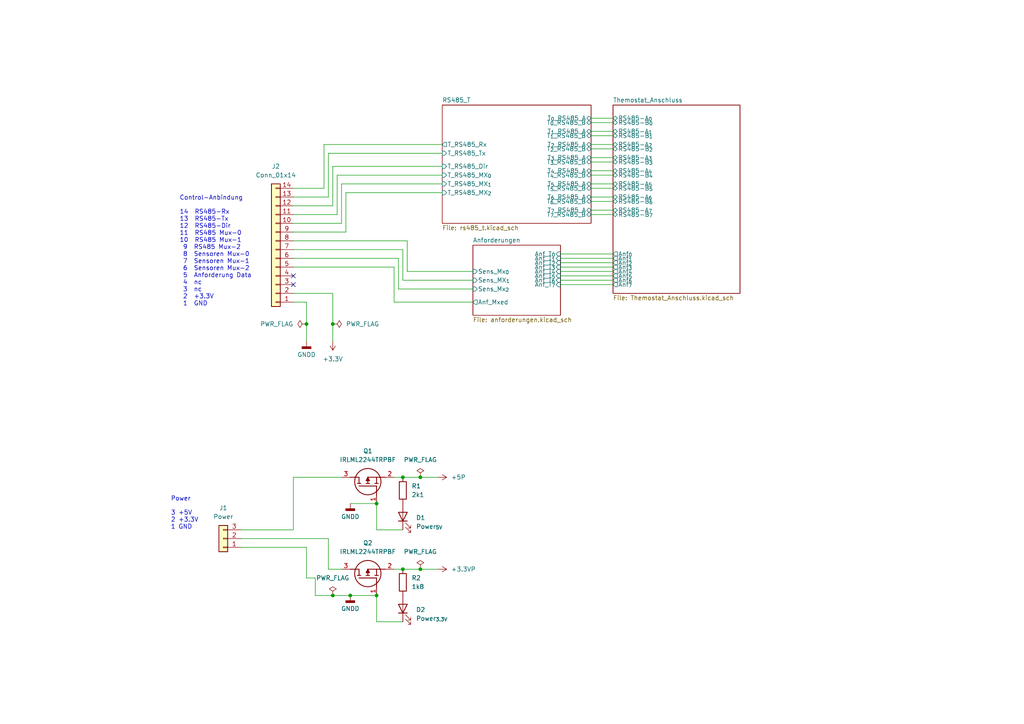
<source format=kicad_sch>
(kicad_sch
	(version 20231120)
	(generator "eeschema")
	(generator_version "8.0")
	(uuid "de87c76f-b1a6-4ef9-b67a-4572053b2137")
	(paper "A4")
	(lib_symbols
		(symbol "Connector_Generic:Conn_01x03"
			(pin_names
				(offset 1.016) hide)
			(exclude_from_sim no)
			(in_bom yes)
			(on_board yes)
			(property "Reference" "J"
				(at 0 5.08 0)
				(effects
					(font
						(size 1.27 1.27)
					)
				)
			)
			(property "Value" "Conn_01x03"
				(at 0 -5.08 0)
				(effects
					(font
						(size 1.27 1.27)
					)
				)
			)
			(property "Footprint" ""
				(at 0 0 0)
				(effects
					(font
						(size 1.27 1.27)
					)
					(hide yes)
				)
			)
			(property "Datasheet" "~"
				(at 0 0 0)
				(effects
					(font
						(size 1.27 1.27)
					)
					(hide yes)
				)
			)
			(property "Description" "Generic connector, single row, 01x03, script generated (kicad-library-utils/schlib/autogen/connector/)"
				(at 0 0 0)
				(effects
					(font
						(size 1.27 1.27)
					)
					(hide yes)
				)
			)
			(property "ki_keywords" "connector"
				(at 0 0 0)
				(effects
					(font
						(size 1.27 1.27)
					)
					(hide yes)
				)
			)
			(property "ki_fp_filters" "Connector*:*_1x??_*"
				(at 0 0 0)
				(effects
					(font
						(size 1.27 1.27)
					)
					(hide yes)
				)
			)
			(symbol "Conn_01x03_1_1"
				(rectangle
					(start -1.27 -2.413)
					(end 0 -2.667)
					(stroke
						(width 0.1524)
						(type default)
					)
					(fill
						(type none)
					)
				)
				(rectangle
					(start -1.27 0.127)
					(end 0 -0.127)
					(stroke
						(width 0.1524)
						(type default)
					)
					(fill
						(type none)
					)
				)
				(rectangle
					(start -1.27 2.667)
					(end 0 2.413)
					(stroke
						(width 0.1524)
						(type default)
					)
					(fill
						(type none)
					)
				)
				(rectangle
					(start -1.27 3.81)
					(end 1.27 -3.81)
					(stroke
						(width 0.254)
						(type default)
					)
					(fill
						(type background)
					)
				)
				(pin passive line
					(at -5.08 2.54 0)
					(length 3.81)
					(name "Pin_1"
						(effects
							(font
								(size 1.27 1.27)
							)
						)
					)
					(number "1"
						(effects
							(font
								(size 1.27 1.27)
							)
						)
					)
				)
				(pin passive line
					(at -5.08 0 0)
					(length 3.81)
					(name "Pin_2"
						(effects
							(font
								(size 1.27 1.27)
							)
						)
					)
					(number "2"
						(effects
							(font
								(size 1.27 1.27)
							)
						)
					)
				)
				(pin passive line
					(at -5.08 -2.54 0)
					(length 3.81)
					(name "Pin_3"
						(effects
							(font
								(size 1.27 1.27)
							)
						)
					)
					(number "3"
						(effects
							(font
								(size 1.27 1.27)
							)
						)
					)
				)
			)
		)
		(symbol "Connector_Generic:Conn_01x14"
			(pin_names
				(offset 1.016) hide)
			(exclude_from_sim no)
			(in_bom yes)
			(on_board yes)
			(property "Reference" "J"
				(at 0 17.78 0)
				(effects
					(font
						(size 1.27 1.27)
					)
				)
			)
			(property "Value" "Conn_01x14"
				(at 0 -20.32 0)
				(effects
					(font
						(size 1.27 1.27)
					)
				)
			)
			(property "Footprint" ""
				(at 0 0 0)
				(effects
					(font
						(size 1.27 1.27)
					)
					(hide yes)
				)
			)
			(property "Datasheet" "~"
				(at 0 0 0)
				(effects
					(font
						(size 1.27 1.27)
					)
					(hide yes)
				)
			)
			(property "Description" "Generic connector, single row, 01x14, script generated (kicad-library-utils/schlib/autogen/connector/)"
				(at 0 0 0)
				(effects
					(font
						(size 1.27 1.27)
					)
					(hide yes)
				)
			)
			(property "ki_keywords" "connector"
				(at 0 0 0)
				(effects
					(font
						(size 1.27 1.27)
					)
					(hide yes)
				)
			)
			(property "ki_fp_filters" "Connector*:*_1x??_*"
				(at 0 0 0)
				(effects
					(font
						(size 1.27 1.27)
					)
					(hide yes)
				)
			)
			(symbol "Conn_01x14_1_1"
				(rectangle
					(start -1.27 -17.653)
					(end 0 -17.907)
					(stroke
						(width 0.1524)
						(type default)
					)
					(fill
						(type none)
					)
				)
				(rectangle
					(start -1.27 -15.113)
					(end 0 -15.367)
					(stroke
						(width 0.1524)
						(type default)
					)
					(fill
						(type none)
					)
				)
				(rectangle
					(start -1.27 -12.573)
					(end 0 -12.827)
					(stroke
						(width 0.1524)
						(type default)
					)
					(fill
						(type none)
					)
				)
				(rectangle
					(start -1.27 -10.033)
					(end 0 -10.287)
					(stroke
						(width 0.1524)
						(type default)
					)
					(fill
						(type none)
					)
				)
				(rectangle
					(start -1.27 -7.493)
					(end 0 -7.747)
					(stroke
						(width 0.1524)
						(type default)
					)
					(fill
						(type none)
					)
				)
				(rectangle
					(start -1.27 -4.953)
					(end 0 -5.207)
					(stroke
						(width 0.1524)
						(type default)
					)
					(fill
						(type none)
					)
				)
				(rectangle
					(start -1.27 -2.413)
					(end 0 -2.667)
					(stroke
						(width 0.1524)
						(type default)
					)
					(fill
						(type none)
					)
				)
				(rectangle
					(start -1.27 0.127)
					(end 0 -0.127)
					(stroke
						(width 0.1524)
						(type default)
					)
					(fill
						(type none)
					)
				)
				(rectangle
					(start -1.27 2.667)
					(end 0 2.413)
					(stroke
						(width 0.1524)
						(type default)
					)
					(fill
						(type none)
					)
				)
				(rectangle
					(start -1.27 5.207)
					(end 0 4.953)
					(stroke
						(width 0.1524)
						(type default)
					)
					(fill
						(type none)
					)
				)
				(rectangle
					(start -1.27 7.747)
					(end 0 7.493)
					(stroke
						(width 0.1524)
						(type default)
					)
					(fill
						(type none)
					)
				)
				(rectangle
					(start -1.27 10.287)
					(end 0 10.033)
					(stroke
						(width 0.1524)
						(type default)
					)
					(fill
						(type none)
					)
				)
				(rectangle
					(start -1.27 12.827)
					(end 0 12.573)
					(stroke
						(width 0.1524)
						(type default)
					)
					(fill
						(type none)
					)
				)
				(rectangle
					(start -1.27 15.367)
					(end 0 15.113)
					(stroke
						(width 0.1524)
						(type default)
					)
					(fill
						(type none)
					)
				)
				(rectangle
					(start -1.27 16.51)
					(end 1.27 -19.05)
					(stroke
						(width 0.254)
						(type default)
					)
					(fill
						(type background)
					)
				)
				(pin passive line
					(at -5.08 15.24 0)
					(length 3.81)
					(name "Pin_1"
						(effects
							(font
								(size 1.27 1.27)
							)
						)
					)
					(number "1"
						(effects
							(font
								(size 1.27 1.27)
							)
						)
					)
				)
				(pin passive line
					(at -5.08 -7.62 0)
					(length 3.81)
					(name "Pin_10"
						(effects
							(font
								(size 1.27 1.27)
							)
						)
					)
					(number "10"
						(effects
							(font
								(size 1.27 1.27)
							)
						)
					)
				)
				(pin passive line
					(at -5.08 -10.16 0)
					(length 3.81)
					(name "Pin_11"
						(effects
							(font
								(size 1.27 1.27)
							)
						)
					)
					(number "11"
						(effects
							(font
								(size 1.27 1.27)
							)
						)
					)
				)
				(pin passive line
					(at -5.08 -12.7 0)
					(length 3.81)
					(name "Pin_12"
						(effects
							(font
								(size 1.27 1.27)
							)
						)
					)
					(number "12"
						(effects
							(font
								(size 1.27 1.27)
							)
						)
					)
				)
				(pin passive line
					(at -5.08 -15.24 0)
					(length 3.81)
					(name "Pin_13"
						(effects
							(font
								(size 1.27 1.27)
							)
						)
					)
					(number "13"
						(effects
							(font
								(size 1.27 1.27)
							)
						)
					)
				)
				(pin passive line
					(at -5.08 -17.78 0)
					(length 3.81)
					(name "Pin_14"
						(effects
							(font
								(size 1.27 1.27)
							)
						)
					)
					(number "14"
						(effects
							(font
								(size 1.27 1.27)
							)
						)
					)
				)
				(pin passive line
					(at -5.08 12.7 0)
					(length 3.81)
					(name "Pin_2"
						(effects
							(font
								(size 1.27 1.27)
							)
						)
					)
					(number "2"
						(effects
							(font
								(size 1.27 1.27)
							)
						)
					)
				)
				(pin passive line
					(at -5.08 10.16 0)
					(length 3.81)
					(name "Pin_3"
						(effects
							(font
								(size 1.27 1.27)
							)
						)
					)
					(number "3"
						(effects
							(font
								(size 1.27 1.27)
							)
						)
					)
				)
				(pin passive line
					(at -5.08 7.62 0)
					(length 3.81)
					(name "Pin_4"
						(effects
							(font
								(size 1.27 1.27)
							)
						)
					)
					(number "4"
						(effects
							(font
								(size 1.27 1.27)
							)
						)
					)
				)
				(pin passive line
					(at -5.08 5.08 0)
					(length 3.81)
					(name "Pin_5"
						(effects
							(font
								(size 1.27 1.27)
							)
						)
					)
					(number "5"
						(effects
							(font
								(size 1.27 1.27)
							)
						)
					)
				)
				(pin passive line
					(at -5.08 2.54 0)
					(length 3.81)
					(name "Pin_6"
						(effects
							(font
								(size 1.27 1.27)
							)
						)
					)
					(number "6"
						(effects
							(font
								(size 1.27 1.27)
							)
						)
					)
				)
				(pin passive line
					(at -5.08 0 0)
					(length 3.81)
					(name "Pin_7"
						(effects
							(font
								(size 1.27 1.27)
							)
						)
					)
					(number "7"
						(effects
							(font
								(size 1.27 1.27)
							)
						)
					)
				)
				(pin passive line
					(at -5.08 -2.54 0)
					(length 3.81)
					(name "Pin_8"
						(effects
							(font
								(size 1.27 1.27)
							)
						)
					)
					(number "8"
						(effects
							(font
								(size 1.27 1.27)
							)
						)
					)
				)
				(pin passive line
					(at -5.08 -5.08 0)
					(length 3.81)
					(name "Pin_9"
						(effects
							(font
								(size 1.27 1.27)
							)
						)
					)
					(number "9"
						(effects
							(font
								(size 1.27 1.27)
							)
						)
					)
				)
			)
		)
		(symbol "Device:LED"
			(pin_numbers hide)
			(pin_names
				(offset 1.016) hide)
			(exclude_from_sim no)
			(in_bom yes)
			(on_board yes)
			(property "Reference" "D"
				(at 0 2.54 0)
				(effects
					(font
						(size 1.27 1.27)
					)
				)
			)
			(property "Value" "LED"
				(at 0 -2.54 0)
				(effects
					(font
						(size 1.27 1.27)
					)
				)
			)
			(property "Footprint" ""
				(at 0 0 0)
				(effects
					(font
						(size 1.27 1.27)
					)
					(hide yes)
				)
			)
			(property "Datasheet" "~"
				(at 0 0 0)
				(effects
					(font
						(size 1.27 1.27)
					)
					(hide yes)
				)
			)
			(property "Description" "Light emitting diode"
				(at 0 0 0)
				(effects
					(font
						(size 1.27 1.27)
					)
					(hide yes)
				)
			)
			(property "ki_keywords" "LED diode"
				(at 0 0 0)
				(effects
					(font
						(size 1.27 1.27)
					)
					(hide yes)
				)
			)
			(property "ki_fp_filters" "LED* LED_SMD:* LED_THT:*"
				(at 0 0 0)
				(effects
					(font
						(size 1.27 1.27)
					)
					(hide yes)
				)
			)
			(symbol "LED_0_1"
				(polyline
					(pts
						(xy -1.27 -1.27) (xy -1.27 1.27)
					)
					(stroke
						(width 0.254)
						(type default)
					)
					(fill
						(type none)
					)
				)
				(polyline
					(pts
						(xy -1.27 0) (xy 1.27 0)
					)
					(stroke
						(width 0)
						(type default)
					)
					(fill
						(type none)
					)
				)
				(polyline
					(pts
						(xy 1.27 -1.27) (xy 1.27 1.27) (xy -1.27 0) (xy 1.27 -1.27)
					)
					(stroke
						(width 0.254)
						(type default)
					)
					(fill
						(type none)
					)
				)
				(polyline
					(pts
						(xy -3.048 -0.762) (xy -4.572 -2.286) (xy -3.81 -2.286) (xy -4.572 -2.286) (xy -4.572 -1.524)
					)
					(stroke
						(width 0)
						(type default)
					)
					(fill
						(type none)
					)
				)
				(polyline
					(pts
						(xy -1.778 -0.762) (xy -3.302 -2.286) (xy -2.54 -2.286) (xy -3.302 -2.286) (xy -3.302 -1.524)
					)
					(stroke
						(width 0)
						(type default)
					)
					(fill
						(type none)
					)
				)
			)
			(symbol "LED_1_1"
				(pin passive line
					(at -3.81 0 0)
					(length 2.54)
					(name "K"
						(effects
							(font
								(size 1.27 1.27)
							)
						)
					)
					(number "1"
						(effects
							(font
								(size 1.27 1.27)
							)
						)
					)
				)
				(pin passive line
					(at 3.81 0 180)
					(length 2.54)
					(name "A"
						(effects
							(font
								(size 1.27 1.27)
							)
						)
					)
					(number "2"
						(effects
							(font
								(size 1.27 1.27)
							)
						)
					)
				)
			)
		)
		(symbol "Device:R"
			(pin_numbers hide)
			(pin_names
				(offset 0)
			)
			(exclude_from_sim no)
			(in_bom yes)
			(on_board yes)
			(property "Reference" "R"
				(at 2.032 0 90)
				(effects
					(font
						(size 1.27 1.27)
					)
				)
			)
			(property "Value" "R"
				(at 0 0 90)
				(effects
					(font
						(size 1.27 1.27)
					)
				)
			)
			(property "Footprint" ""
				(at -1.778 0 90)
				(effects
					(font
						(size 1.27 1.27)
					)
					(hide yes)
				)
			)
			(property "Datasheet" "~"
				(at 0 0 0)
				(effects
					(font
						(size 1.27 1.27)
					)
					(hide yes)
				)
			)
			(property "Description" "Resistor"
				(at 0 0 0)
				(effects
					(font
						(size 1.27 1.27)
					)
					(hide yes)
				)
			)
			(property "ki_keywords" "R res resistor"
				(at 0 0 0)
				(effects
					(font
						(size 1.27 1.27)
					)
					(hide yes)
				)
			)
			(property "ki_fp_filters" "R_*"
				(at 0 0 0)
				(effects
					(font
						(size 1.27 1.27)
					)
					(hide yes)
				)
			)
			(symbol "R_0_1"
				(rectangle
					(start -1.016 -2.54)
					(end 1.016 2.54)
					(stroke
						(width 0.254)
						(type default)
					)
					(fill
						(type none)
					)
				)
			)
			(symbol "R_1_1"
				(pin passive line
					(at 0 3.81 270)
					(length 1.27)
					(name "~"
						(effects
							(font
								(size 1.27 1.27)
							)
						)
					)
					(number "1"
						(effects
							(font
								(size 1.27 1.27)
							)
						)
					)
				)
				(pin passive line
					(at 0 -3.81 90)
					(length 1.27)
					(name "~"
						(effects
							(font
								(size 1.27 1.27)
							)
						)
					)
					(number "2"
						(effects
							(font
								(size 1.27 1.27)
							)
						)
					)
				)
			)
		)
		(symbol "SamacSys_Parts:IRLML2244TRPBF"
			(pin_names hide)
			(exclude_from_sim no)
			(in_bom yes)
			(on_board yes)
			(property "Reference" "Q"
				(at 11.43 3.81 0)
				(effects
					(font
						(size 1.27 1.27)
					)
					(justify left top)
				)
			)
			(property "Value" "IRLML2244TRPBF"
				(at 11.43 1.27 0)
				(effects
					(font
						(size 1.27 1.27)
					)
					(justify left top)
				)
			)
			(property "Footprint" "SOT95P237X112-3N"
				(at 11.43 -98.73 0)
				(effects
					(font
						(size 1.27 1.27)
					)
					(justify left top)
					(hide yes)
				)
			)
			(property "Datasheet" ""
				(at 11.43 -198.73 0)
				(effects
					(font
						(size 1.27 1.27)
					)
					(justify left top)
					(hide yes)
				)
			)
			(property "Description" "INFINEON - IRLML2244TRPBF - P CHANNEL POWER MOSFET, HEXFET, -20V, -4.3A, SOT-23"
				(at 0 0 0)
				(effects
					(font
						(size 1.27 1.27)
					)
					(hide yes)
				)
			)
			(property "Height" "1.12"
				(at 11.43 -398.73 0)
				(effects
					(font
						(size 1.27 1.27)
					)
					(justify left top)
					(hide yes)
				)
			)
			(property "Mouser Part Number" "942-IRLML2244TRPBF"
				(at 11.43 -498.73 0)
				(effects
					(font
						(size 1.27 1.27)
					)
					(justify left top)
					(hide yes)
				)
			)
			(property "Mouser Price/Stock" "https://www.mouser.co.uk/ProductDetail/Infineon-Technologies/IRLML2244TRPBF?qs=9%252BKlkBgLFf2tCL30qYbaQQ%3D%3D"
				(at 11.43 -598.73 0)
				(effects
					(font
						(size 1.27 1.27)
					)
					(justify left top)
					(hide yes)
				)
			)
			(property "Manufacturer_Name" "Infineon"
				(at 11.43 -698.73 0)
				(effects
					(font
						(size 1.27 1.27)
					)
					(justify left top)
					(hide yes)
				)
			)
			(property "Manufacturer_Part_Number" "IRLML2244TRPBF"
				(at 11.43 -798.73 0)
				(effects
					(font
						(size 1.27 1.27)
					)
					(justify left top)
					(hide yes)
				)
			)
			(symbol "IRLML2244TRPBF_1_1"
				(polyline
					(pts
						(xy 2.54 0) (xy 5.08 0)
					)
					(stroke
						(width 0.254)
						(type default)
					)
					(fill
						(type none)
					)
				)
				(polyline
					(pts
						(xy 5.08 5.08) (xy 5.08 0)
					)
					(stroke
						(width 0.254)
						(type default)
					)
					(fill
						(type none)
					)
				)
				(polyline
					(pts
						(xy 5.842 -0.508) (xy 5.842 0.508)
					)
					(stroke
						(width 0.254)
						(type default)
					)
					(fill
						(type none)
					)
				)
				(polyline
					(pts
						(xy 5.842 0) (xy 7.62 0)
					)
					(stroke
						(width 0.254)
						(type default)
					)
					(fill
						(type none)
					)
				)
				(polyline
					(pts
						(xy 5.842 2.032) (xy 5.842 3.048)
					)
					(stroke
						(width 0.254)
						(type default)
					)
					(fill
						(type none)
					)
				)
				(polyline
					(pts
						(xy 5.842 5.588) (xy 5.842 4.572)
					)
					(stroke
						(width 0.254)
						(type default)
					)
					(fill
						(type none)
					)
				)
				(polyline
					(pts
						(xy 7.62 2.54) (xy 5.842 2.54)
					)
					(stroke
						(width 0.254)
						(type default)
					)
					(fill
						(type none)
					)
				)
				(polyline
					(pts
						(xy 7.62 2.54) (xy 7.62 -2.54)
					)
					(stroke
						(width 0.254)
						(type default)
					)
					(fill
						(type none)
					)
				)
				(polyline
					(pts
						(xy 7.62 5.08) (xy 5.842 5.08)
					)
					(stroke
						(width 0.254)
						(type default)
					)
					(fill
						(type none)
					)
				)
				(polyline
					(pts
						(xy 7.62 5.08) (xy 7.62 7.62)
					)
					(stroke
						(width 0.254)
						(type default)
					)
					(fill
						(type none)
					)
				)
				(polyline
					(pts
						(xy 7.62 2.54) (xy 6.604 3.048) (xy 6.604 2.032) (xy 7.62 2.54)
					)
					(stroke
						(width 0.254)
						(type default)
					)
					(fill
						(type outline)
					)
				)
				(circle
					(center 6.35 2.54)
					(radius 3.81)
					(stroke
						(width 0.254)
						(type default)
					)
					(fill
						(type none)
					)
				)
				(pin passive line
					(at 0 0 0)
					(length 2.54)
					(name "G"
						(effects
							(font
								(size 1.27 1.27)
							)
						)
					)
					(number "1"
						(effects
							(font
								(size 1.27 1.27)
							)
						)
					)
				)
				(pin passive line
					(at 7.62 -5.08 90)
					(length 2.54)
					(name "S"
						(effects
							(font
								(size 1.27 1.27)
							)
						)
					)
					(number "2"
						(effects
							(font
								(size 1.27 1.27)
							)
						)
					)
				)
				(pin passive line
					(at 7.62 10.16 270)
					(length 2.54)
					(name "D"
						(effects
							(font
								(size 1.27 1.27)
							)
						)
					)
					(number "3"
						(effects
							(font
								(size 1.27 1.27)
							)
						)
					)
				)
			)
		)
		(symbol "power:+3.3V"
			(power)
			(pin_names
				(offset 0)
			)
			(exclude_from_sim no)
			(in_bom yes)
			(on_board yes)
			(property "Reference" "#PWR"
				(at 0 -3.81 0)
				(effects
					(font
						(size 1.27 1.27)
					)
					(hide yes)
				)
			)
			(property "Value" "+3.3V"
				(at 0 3.556 0)
				(effects
					(font
						(size 1.27 1.27)
					)
				)
			)
			(property "Footprint" ""
				(at 0 0 0)
				(effects
					(font
						(size 1.27 1.27)
					)
					(hide yes)
				)
			)
			(property "Datasheet" ""
				(at 0 0 0)
				(effects
					(font
						(size 1.27 1.27)
					)
					(hide yes)
				)
			)
			(property "Description" "Power symbol creates a global label with name \"+3.3V\""
				(at 0 0 0)
				(effects
					(font
						(size 1.27 1.27)
					)
					(hide yes)
				)
			)
			(property "ki_keywords" "global power"
				(at 0 0 0)
				(effects
					(font
						(size 1.27 1.27)
					)
					(hide yes)
				)
			)
			(symbol "+3.3V_0_1"
				(polyline
					(pts
						(xy -0.762 1.27) (xy 0 2.54)
					)
					(stroke
						(width 0)
						(type default)
					)
					(fill
						(type none)
					)
				)
				(polyline
					(pts
						(xy 0 0) (xy 0 2.54)
					)
					(stroke
						(width 0)
						(type default)
					)
					(fill
						(type none)
					)
				)
				(polyline
					(pts
						(xy 0 2.54) (xy 0.762 1.27)
					)
					(stroke
						(width 0)
						(type default)
					)
					(fill
						(type none)
					)
				)
			)
			(symbol "+3.3V_1_1"
				(pin power_in line
					(at 0 0 90)
					(length 0) hide
					(name "+3.3V"
						(effects
							(font
								(size 1.27 1.27)
							)
						)
					)
					(number "1"
						(effects
							(font
								(size 1.27 1.27)
							)
						)
					)
				)
			)
		)
		(symbol "power:+3.3VP"
			(power)
			(pin_names
				(offset 0)
			)
			(exclude_from_sim no)
			(in_bom yes)
			(on_board yes)
			(property "Reference" "#PWR"
				(at 3.81 -1.27 0)
				(effects
					(font
						(size 1.27 1.27)
					)
					(hide yes)
				)
			)
			(property "Value" "+3.3VP"
				(at 0 2.54 0)
				(effects
					(font
						(size 1.27 1.27)
					)
				)
			)
			(property "Footprint" ""
				(at 0 0 0)
				(effects
					(font
						(size 1.27 1.27)
					)
					(hide yes)
				)
			)
			(property "Datasheet" ""
				(at 0 0 0)
				(effects
					(font
						(size 1.27 1.27)
					)
					(hide yes)
				)
			)
			(property "Description" "Power symbol creates a global label with name \"+3.3VP\""
				(at 0 0 0)
				(effects
					(font
						(size 1.27 1.27)
					)
					(hide yes)
				)
			)
			(property "ki_keywords" "global power"
				(at 0 0 0)
				(effects
					(font
						(size 1.27 1.27)
					)
					(hide yes)
				)
			)
			(symbol "+3.3VP_0_0"
				(pin power_in line
					(at 0 0 90)
					(length 0) hide
					(name "+3.3VP"
						(effects
							(font
								(size 1.27 1.27)
							)
						)
					)
					(number "1"
						(effects
							(font
								(size 1.27 1.27)
							)
						)
					)
				)
			)
			(symbol "+3.3VP_0_1"
				(polyline
					(pts
						(xy -0.762 1.27) (xy 0 2.54)
					)
					(stroke
						(width 0)
						(type default)
					)
					(fill
						(type none)
					)
				)
				(polyline
					(pts
						(xy 0 0) (xy 0 2.54)
					)
					(stroke
						(width 0)
						(type default)
					)
					(fill
						(type none)
					)
				)
				(polyline
					(pts
						(xy 0 2.54) (xy 0.762 1.27)
					)
					(stroke
						(width 0)
						(type default)
					)
					(fill
						(type none)
					)
				)
			)
		)
		(symbol "power:+5P"
			(power)
			(pin_names
				(offset 0)
			)
			(exclude_from_sim no)
			(in_bom yes)
			(on_board yes)
			(property "Reference" "#PWR"
				(at 0 -3.81 0)
				(effects
					(font
						(size 1.27 1.27)
					)
					(hide yes)
				)
			)
			(property "Value" "+5P"
				(at 0 3.556 0)
				(effects
					(font
						(size 1.27 1.27)
					)
				)
			)
			(property "Footprint" ""
				(at 0 0 0)
				(effects
					(font
						(size 1.27 1.27)
					)
					(hide yes)
				)
			)
			(property "Datasheet" ""
				(at 0 0 0)
				(effects
					(font
						(size 1.27 1.27)
					)
					(hide yes)
				)
			)
			(property "Description" "Power symbol creates a global label with name \"+5P\""
				(at 0 0 0)
				(effects
					(font
						(size 1.27 1.27)
					)
					(hide yes)
				)
			)
			(property "ki_keywords" "global power"
				(at 0 0 0)
				(effects
					(font
						(size 1.27 1.27)
					)
					(hide yes)
				)
			)
			(symbol "+5P_0_1"
				(polyline
					(pts
						(xy -0.762 1.27) (xy 0 2.54)
					)
					(stroke
						(width 0)
						(type default)
					)
					(fill
						(type none)
					)
				)
				(polyline
					(pts
						(xy 0 0) (xy 0 2.54)
					)
					(stroke
						(width 0)
						(type default)
					)
					(fill
						(type none)
					)
				)
				(polyline
					(pts
						(xy 0 2.54) (xy 0.762 1.27)
					)
					(stroke
						(width 0)
						(type default)
					)
					(fill
						(type none)
					)
				)
			)
			(symbol "+5P_1_1"
				(pin power_in line
					(at 0 0 90)
					(length 0) hide
					(name "+5P"
						(effects
							(font
								(size 1.27 1.27)
							)
						)
					)
					(number "1"
						(effects
							(font
								(size 1.27 1.27)
							)
						)
					)
				)
			)
		)
		(symbol "power:GNDD"
			(power)
			(pin_names
				(offset 0)
			)
			(exclude_from_sim no)
			(in_bom yes)
			(on_board yes)
			(property "Reference" "#PWR"
				(at 0 -6.35 0)
				(effects
					(font
						(size 1.27 1.27)
					)
					(hide yes)
				)
			)
			(property "Value" "GNDD"
				(at 0 -3.175 0)
				(effects
					(font
						(size 1.27 1.27)
					)
				)
			)
			(property "Footprint" ""
				(at 0 0 0)
				(effects
					(font
						(size 1.27 1.27)
					)
					(hide yes)
				)
			)
			(property "Datasheet" ""
				(at 0 0 0)
				(effects
					(font
						(size 1.27 1.27)
					)
					(hide yes)
				)
			)
			(property "Description" "Power symbol creates a global label with name \"GNDD\" , digital ground"
				(at 0 0 0)
				(effects
					(font
						(size 1.27 1.27)
					)
					(hide yes)
				)
			)
			(property "ki_keywords" "global power"
				(at 0 0 0)
				(effects
					(font
						(size 1.27 1.27)
					)
					(hide yes)
				)
			)
			(symbol "GNDD_0_1"
				(rectangle
					(start -1.27 -1.524)
					(end 1.27 -2.032)
					(stroke
						(width 0.254)
						(type default)
					)
					(fill
						(type outline)
					)
				)
				(polyline
					(pts
						(xy 0 0) (xy 0 -1.524)
					)
					(stroke
						(width 0)
						(type default)
					)
					(fill
						(type none)
					)
				)
			)
			(symbol "GNDD_1_1"
				(pin power_in line
					(at 0 0 270)
					(length 0) hide
					(name "GNDD"
						(effects
							(font
								(size 1.27 1.27)
							)
						)
					)
					(number "1"
						(effects
							(font
								(size 1.27 1.27)
							)
						)
					)
				)
			)
		)
		(symbol "power:PWR_FLAG"
			(power)
			(pin_numbers hide)
			(pin_names
				(offset 0) hide)
			(exclude_from_sim no)
			(in_bom yes)
			(on_board yes)
			(property "Reference" "#FLG"
				(at 0 1.905 0)
				(effects
					(font
						(size 1.27 1.27)
					)
					(hide yes)
				)
			)
			(property "Value" "PWR_FLAG"
				(at 0 3.81 0)
				(effects
					(font
						(size 1.27 1.27)
					)
				)
			)
			(property "Footprint" ""
				(at 0 0 0)
				(effects
					(font
						(size 1.27 1.27)
					)
					(hide yes)
				)
			)
			(property "Datasheet" "~"
				(at 0 0 0)
				(effects
					(font
						(size 1.27 1.27)
					)
					(hide yes)
				)
			)
			(property "Description" "Special symbol for telling ERC where power comes from"
				(at 0 0 0)
				(effects
					(font
						(size 1.27 1.27)
					)
					(hide yes)
				)
			)
			(property "ki_keywords" "flag power"
				(at 0 0 0)
				(effects
					(font
						(size 1.27 1.27)
					)
					(hide yes)
				)
			)
			(symbol "PWR_FLAG_0_0"
				(pin power_out line
					(at 0 0 90)
					(length 0)
					(name "pwr"
						(effects
							(font
								(size 1.27 1.27)
							)
						)
					)
					(number "1"
						(effects
							(font
								(size 1.27 1.27)
							)
						)
					)
				)
			)
			(symbol "PWR_FLAG_0_1"
				(polyline
					(pts
						(xy 0 0) (xy 0 1.27) (xy -1.016 1.905) (xy 0 2.54) (xy 1.016 1.905) (xy 0 1.27)
					)
					(stroke
						(width 0)
						(type default)
					)
					(fill
						(type none)
					)
				)
			)
		)
	)
	(junction
		(at 88.9 93.98)
		(diameter 0)
		(color 0 0 0 0)
		(uuid "2ffb1a53-6375-473d-9938-d7c9a4f8d2b2")
	)
	(junction
		(at 109.22 172.72)
		(diameter 0)
		(color 0 0 0 0)
		(uuid "382ae31c-f8af-4816-8524-81aacba747ad")
	)
	(junction
		(at 116.84 138.43)
		(diameter 0)
		(color 0 0 0 0)
		(uuid "4eb1f898-d4b2-4cc2-915a-ce1e1278b8fd")
	)
	(junction
		(at 121.92 165.1)
		(diameter 0)
		(color 0 0 0 0)
		(uuid "5dda35f8-043f-4236-82f1-14a6caa9a099")
	)
	(junction
		(at 96.52 172.72)
		(diameter 0)
		(color 0 0 0 0)
		(uuid "63c9a31c-9632-43f2-8c28-e6bc9520b7bf")
	)
	(junction
		(at 109.22 146.05)
		(diameter 0)
		(color 0 0 0 0)
		(uuid "8b5cdbeb-2f41-44f7-a897-38effda37824")
	)
	(junction
		(at 116.84 165.1)
		(diameter 0)
		(color 0 0 0 0)
		(uuid "91467997-eff3-4f67-b7ae-429fc14e9d87")
	)
	(junction
		(at 121.92 138.43)
		(diameter 0)
		(color 0 0 0 0)
		(uuid "97a74b5d-7729-40d2-92ac-aa7aef7b02d8")
	)
	(junction
		(at 96.52 93.98)
		(diameter 0)
		(color 0 0 0 0)
		(uuid "ae901fcb-5abb-438c-aeaa-e2a28a6783f8")
	)
	(junction
		(at 101.6 172.72)
		(diameter 0)
		(color 0 0 0 0)
		(uuid "e812ba56-dcb6-4e60-ae8b-595640a0b434")
	)
	(no_connect
		(at 85.09 80.01)
		(uuid "a0eaa0bf-1c20-4127-aa8b-e748fb98aae0")
	)
	(no_connect
		(at 85.09 82.55)
		(uuid "dfbc0846-543f-4c90-8155-4de7174fc953")
	)
	(wire
		(pts
			(xy 115.57 83.82) (xy 115.57 74.93)
		)
		(stroke
			(width 0)
			(type default)
		)
		(uuid "002cbcfd-c5c4-4716-bd65-48af41f2afbc")
	)
	(wire
		(pts
			(xy 96.52 85.09) (xy 96.52 93.98)
		)
		(stroke
			(width 0)
			(type default)
		)
		(uuid "0512e8f1-fe5a-42a3-8650-aa52ebd0994d")
	)
	(wire
		(pts
			(xy 96.52 48.26) (xy 96.52 59.69)
		)
		(stroke
			(width 0)
			(type default)
		)
		(uuid "06108b6a-1071-47fe-91e4-3b7a4493f40c")
	)
	(wire
		(pts
			(xy 95.25 44.45) (xy 95.25 57.15)
		)
		(stroke
			(width 0)
			(type default)
		)
		(uuid "08688ae7-b8ed-4e47-a00f-08d71aa02bdd")
	)
	(wire
		(pts
			(xy 162.56 77.47) (xy 177.8 77.47)
		)
		(stroke
			(width 0)
			(type default)
		)
		(uuid "0cd8e035-dd57-4978-acf4-989ff6de06fe")
	)
	(wire
		(pts
			(xy 171.45 57.15) (xy 177.8 57.15)
		)
		(stroke
			(width 0)
			(type default)
		)
		(uuid "0dc6a74a-d4bb-4892-a647-63330a372bef")
	)
	(wire
		(pts
			(xy 171.45 41.91) (xy 177.8 41.91)
		)
		(stroke
			(width 0)
			(type default)
		)
		(uuid "0fb754b2-356b-4820-8e7a-622342dcc67e")
	)
	(wire
		(pts
			(xy 109.22 153.67) (xy 109.22 146.05)
		)
		(stroke
			(width 0)
			(type default)
		)
		(uuid "189dd930-4d02-427d-abcf-0051d47210e1")
	)
	(wire
		(pts
			(xy 171.45 62.23) (xy 177.8 62.23)
		)
		(stroke
			(width 0)
			(type default)
		)
		(uuid "22bd0ff1-7d43-47e4-aac6-c36a85d64450")
	)
	(wire
		(pts
			(xy 116.84 180.34) (xy 109.22 180.34)
		)
		(stroke
			(width 0)
			(type default)
		)
		(uuid "24595099-d005-4900-9510-d6a49c7de7f2")
	)
	(wire
		(pts
			(xy 88.9 93.98) (xy 88.9 99.06)
		)
		(stroke
			(width 0)
			(type default)
		)
		(uuid "29fb75b5-6908-42b9-9c6e-0a5f32f239f7")
	)
	(wire
		(pts
			(xy 96.52 172.72) (xy 101.6 172.72)
		)
		(stroke
			(width 0)
			(type default)
		)
		(uuid "2e25ed32-5bd2-43c3-8d32-fc5ace717b22")
	)
	(wire
		(pts
			(xy 162.56 82.55) (xy 177.8 82.55)
		)
		(stroke
			(width 0)
			(type default)
		)
		(uuid "3333af65-3d17-4bbf-b00d-bcb1afeb8a8b")
	)
	(wire
		(pts
			(xy 116.84 138.43) (xy 121.92 138.43)
		)
		(stroke
			(width 0)
			(type default)
		)
		(uuid "3452024c-e8fa-4b64-8c2f-ff491667e1a9")
	)
	(wire
		(pts
			(xy 162.56 80.01) (xy 177.8 80.01)
		)
		(stroke
			(width 0)
			(type default)
		)
		(uuid "38cd213f-d29a-4b60-92bc-7e8dd53789f0")
	)
	(wire
		(pts
			(xy 171.45 53.34) (xy 177.8 53.34)
		)
		(stroke
			(width 0)
			(type default)
		)
		(uuid "3a1e7d83-c20f-4e32-bd39-29fd3217add9")
	)
	(wire
		(pts
			(xy 128.27 53.34) (xy 99.06 53.34)
		)
		(stroke
			(width 0)
			(type default)
		)
		(uuid "3c8c252c-9231-4150-9a9d-4b44d506171a")
	)
	(wire
		(pts
			(xy 100.33 67.31) (xy 85.09 67.31)
		)
		(stroke
			(width 0)
			(type default)
		)
		(uuid "3f04f18b-b4b1-4321-96e7-d1480ba1981e")
	)
	(wire
		(pts
			(xy 121.92 165.1) (xy 127 165.1)
		)
		(stroke
			(width 0)
			(type default)
		)
		(uuid "41d500c0-9987-48a8-aca7-38c78f6d457d")
	)
	(wire
		(pts
			(xy 85.09 138.43) (xy 99.06 138.43)
		)
		(stroke
			(width 0)
			(type default)
		)
		(uuid "424dc2a1-dec0-4e26-a8b2-5f816aac235f")
	)
	(wire
		(pts
			(xy 171.45 58.42) (xy 177.8 58.42)
		)
		(stroke
			(width 0)
			(type default)
		)
		(uuid "431dbd9c-9d9e-4247-9852-9a6c503666f8")
	)
	(wire
		(pts
			(xy 137.16 78.74) (xy 118.11 78.74)
		)
		(stroke
			(width 0)
			(type default)
		)
		(uuid "464542ba-aa54-4888-ac7d-7d8abb320779")
	)
	(wire
		(pts
			(xy 88.9 158.75) (xy 69.85 158.75)
		)
		(stroke
			(width 0)
			(type default)
		)
		(uuid "4dd92adb-b4ac-4790-a655-9b3f7e877c71")
	)
	(wire
		(pts
			(xy 96.52 93.98) (xy 96.52 99.06)
		)
		(stroke
			(width 0)
			(type default)
		)
		(uuid "4ec6f783-04b9-4d9a-b5b6-2dce45b69c8a")
	)
	(wire
		(pts
			(xy 93.98 54.61) (xy 85.09 54.61)
		)
		(stroke
			(width 0)
			(type default)
		)
		(uuid "4ed8a56e-ba46-4a8e-8cdc-dd6ba061c8aa")
	)
	(wire
		(pts
			(xy 91.44 167.64) (xy 91.44 172.72)
		)
		(stroke
			(width 0)
			(type default)
		)
		(uuid "4fa2f8ab-f42a-47b3-a844-de602c61f8d4")
	)
	(wire
		(pts
			(xy 85.09 85.09) (xy 96.52 85.09)
		)
		(stroke
			(width 0)
			(type default)
		)
		(uuid "5807fd76-07f0-408e-a4e8-de9e44dc324d")
	)
	(wire
		(pts
			(xy 109.22 180.34) (xy 109.22 172.72)
		)
		(stroke
			(width 0)
			(type default)
		)
		(uuid "60be33b0-be67-49cc-b633-485d72bf0248")
	)
	(wire
		(pts
			(xy 99.06 64.77) (xy 85.09 64.77)
		)
		(stroke
			(width 0)
			(type default)
		)
		(uuid "619f8c7b-25a4-4f59-b3da-d451e49e40cc")
	)
	(wire
		(pts
			(xy 171.45 38.1) (xy 177.8 38.1)
		)
		(stroke
			(width 0)
			(type default)
		)
		(uuid "64554266-0326-4eb0-b317-3f84a7c5a1b3")
	)
	(wire
		(pts
			(xy 100.33 55.88) (xy 100.33 67.31)
		)
		(stroke
			(width 0)
			(type default)
		)
		(uuid "683b080f-def3-4c10-975d-053a8e9d3bb8")
	)
	(wire
		(pts
			(xy 171.45 45.72) (xy 177.8 45.72)
		)
		(stroke
			(width 0)
			(type default)
		)
		(uuid "6a5062c7-8f12-4796-9434-ea5ee75725a4")
	)
	(wire
		(pts
			(xy 171.45 46.99) (xy 177.8 46.99)
		)
		(stroke
			(width 0)
			(type default)
		)
		(uuid "6a61f668-26aa-43ef-b0c4-0d805dc80aa5")
	)
	(wire
		(pts
			(xy 118.11 78.74) (xy 118.11 69.85)
		)
		(stroke
			(width 0)
			(type default)
		)
		(uuid "6ca1061d-d6f8-4c7e-a593-a030cb66599e")
	)
	(wire
		(pts
			(xy 128.27 55.88) (xy 100.33 55.88)
		)
		(stroke
			(width 0)
			(type default)
		)
		(uuid "6e4fe060-141b-4ca1-b98a-aca12c1bbeb0")
	)
	(wire
		(pts
			(xy 114.3 77.47) (xy 114.3 87.63)
		)
		(stroke
			(width 0)
			(type default)
		)
		(uuid "6f5b2f7b-da1c-4ba0-a085-cdf7bc763ed1")
	)
	(wire
		(pts
			(xy 128.27 48.26) (xy 96.52 48.26)
		)
		(stroke
			(width 0)
			(type default)
		)
		(uuid "70ff36c4-34cd-4eaf-9380-49370a3b128e")
	)
	(wire
		(pts
			(xy 162.56 74.93) (xy 177.8 74.93)
		)
		(stroke
			(width 0)
			(type default)
		)
		(uuid "7679efbd-fceb-464e-a16c-26278ec25a8c")
	)
	(wire
		(pts
			(xy 85.09 77.47) (xy 114.3 77.47)
		)
		(stroke
			(width 0)
			(type default)
		)
		(uuid "776254c0-5297-4ab8-b3eb-fc3c641eb47b")
	)
	(wire
		(pts
			(xy 97.79 50.8) (xy 97.79 62.23)
		)
		(stroke
			(width 0)
			(type default)
		)
		(uuid "7766ab61-0e39-4c67-95f7-f04319d180e0")
	)
	(wire
		(pts
			(xy 85.09 153.67) (xy 85.09 138.43)
		)
		(stroke
			(width 0)
			(type default)
		)
		(uuid "78f907a9-c08f-40e4-ae03-a74381cf61b4")
	)
	(wire
		(pts
			(xy 171.45 34.29) (xy 177.8 34.29)
		)
		(stroke
			(width 0)
			(type default)
		)
		(uuid "7e93889b-44b1-404c-8678-ae307121d74c")
	)
	(wire
		(pts
			(xy 101.6 172.72) (xy 109.22 172.72)
		)
		(stroke
			(width 0)
			(type default)
		)
		(uuid "7e9c856d-e7ee-4782-b2de-a6eb4099eb3b")
	)
	(wire
		(pts
			(xy 88.9 167.64) (xy 91.44 167.64)
		)
		(stroke
			(width 0)
			(type default)
		)
		(uuid "80650730-d3cd-40c9-9065-de88020d3df1")
	)
	(wire
		(pts
			(xy 69.85 153.67) (xy 85.09 153.67)
		)
		(stroke
			(width 0)
			(type default)
		)
		(uuid "8524ca3a-086d-4bc7-999d-ada24c3fb5bb")
	)
	(wire
		(pts
			(xy 162.56 76.2) (xy 177.8 76.2)
		)
		(stroke
			(width 0)
			(type default)
		)
		(uuid "85b0ae82-6757-4f96-bbc4-f059cdf887b9")
	)
	(wire
		(pts
			(xy 162.56 73.66) (xy 177.8 73.66)
		)
		(stroke
			(width 0)
			(type default)
		)
		(uuid "89ace77b-c2b7-484e-8b7d-fe510b286b54")
	)
	(wire
		(pts
			(xy 95.25 165.1) (xy 99.06 165.1)
		)
		(stroke
			(width 0)
			(type default)
		)
		(uuid "8df6a791-7d2f-42c7-8dce-46d2f46f882f")
	)
	(wire
		(pts
			(xy 115.57 74.93) (xy 85.09 74.93)
		)
		(stroke
			(width 0)
			(type default)
		)
		(uuid "8e21005a-1fbf-4e51-9c44-9ad41567fe3a")
	)
	(wire
		(pts
			(xy 118.11 69.85) (xy 85.09 69.85)
		)
		(stroke
			(width 0)
			(type default)
		)
		(uuid "90fdbb9d-5bf9-479e-ab66-843855476a31")
	)
	(wire
		(pts
			(xy 121.92 138.43) (xy 127 138.43)
		)
		(stroke
			(width 0)
			(type default)
		)
		(uuid "91ec94ef-0f92-48aa-a301-421ea36151c0")
	)
	(wire
		(pts
			(xy 171.45 60.96) (xy 177.8 60.96)
		)
		(stroke
			(width 0)
			(type default)
		)
		(uuid "945455d1-68f0-428b-b817-6dba0d69fbcd")
	)
	(wire
		(pts
			(xy 162.56 78.74) (xy 177.8 78.74)
		)
		(stroke
			(width 0)
			(type default)
		)
		(uuid "95f8191b-206e-448a-ae40-c5ece3eba711")
	)
	(wire
		(pts
			(xy 99.06 53.34) (xy 99.06 64.77)
		)
		(stroke
			(width 0)
			(type default)
		)
		(uuid "9c8a3b52-38a2-4c94-bf8c-7a5d6d74c58b")
	)
	(wire
		(pts
			(xy 96.52 59.69) (xy 85.09 59.69)
		)
		(stroke
			(width 0)
			(type default)
		)
		(uuid "9d8ab541-c214-48f1-b5e6-0efa781dc455")
	)
	(wire
		(pts
			(xy 171.45 35.56) (xy 177.8 35.56)
		)
		(stroke
			(width 0)
			(type default)
		)
		(uuid "9f6bbd98-dc30-42c4-816d-21dcf65cba4e")
	)
	(wire
		(pts
			(xy 95.25 165.1) (xy 95.25 156.21)
		)
		(stroke
			(width 0)
			(type default)
		)
		(uuid "9fdfe9fd-2688-40f0-b9bc-f8ef90cbbff0")
	)
	(wire
		(pts
			(xy 85.09 87.63) (xy 88.9 87.63)
		)
		(stroke
			(width 0)
			(type default)
		)
		(uuid "a12d7496-5fdf-45d4-84b4-59c9fe98cf9d")
	)
	(wire
		(pts
			(xy 116.84 165.1) (xy 121.92 165.1)
		)
		(stroke
			(width 0)
			(type default)
		)
		(uuid "a1363ec4-b694-4219-bb6e-a681fe9b2c56")
	)
	(wire
		(pts
			(xy 93.98 41.91) (xy 93.98 54.61)
		)
		(stroke
			(width 0)
			(type default)
		)
		(uuid "a68939e1-d055-46e8-bfdd-299450e446dd")
	)
	(wire
		(pts
			(xy 116.84 153.67) (xy 109.22 153.67)
		)
		(stroke
			(width 0)
			(type default)
		)
		(uuid "af770a67-b07c-4314-a362-7f5b8c2c0882")
	)
	(wire
		(pts
			(xy 95.25 156.21) (xy 69.85 156.21)
		)
		(stroke
			(width 0)
			(type default)
		)
		(uuid "afc85842-a8d2-4239-a50e-4e1f711b012d")
	)
	(wire
		(pts
			(xy 171.45 54.61) (xy 177.8 54.61)
		)
		(stroke
			(width 0)
			(type default)
		)
		(uuid "b1644ee2-f617-43f7-9d4d-6868d5d2f79b")
	)
	(wire
		(pts
			(xy 114.3 87.63) (xy 137.16 87.63)
		)
		(stroke
			(width 0)
			(type default)
		)
		(uuid "b4b16cc4-030f-46f1-b831-c0b71b7bb06e")
	)
	(wire
		(pts
			(xy 88.9 87.63) (xy 88.9 93.98)
		)
		(stroke
			(width 0)
			(type default)
		)
		(uuid "bb412a1a-ebce-4a02-bdda-20ef86f7d97d")
	)
	(wire
		(pts
			(xy 171.45 43.18) (xy 177.8 43.18)
		)
		(stroke
			(width 0)
			(type default)
		)
		(uuid "be81e120-d4f9-4e7f-a0d8-e300ee8ac375")
	)
	(wire
		(pts
			(xy 85.09 72.39) (xy 116.84 72.39)
		)
		(stroke
			(width 0)
			(type default)
		)
		(uuid "d259d8b6-0eb7-42e1-b1d5-6e8d0e40428a")
	)
	(wire
		(pts
			(xy 171.45 50.8) (xy 177.8 50.8)
		)
		(stroke
			(width 0)
			(type default)
		)
		(uuid "d2950f67-c246-4635-9319-c0c376604a2d")
	)
	(wire
		(pts
			(xy 114.3 138.43) (xy 116.84 138.43)
		)
		(stroke
			(width 0)
			(type default)
		)
		(uuid "d411055b-3d63-4a06-b211-c489a8eb7a08")
	)
	(wire
		(pts
			(xy 88.9 167.64) (xy 88.9 158.75)
		)
		(stroke
			(width 0)
			(type default)
		)
		(uuid "d6cc62fb-a733-4024-8446-5c7ea8e618df")
	)
	(wire
		(pts
			(xy 171.45 39.37) (xy 177.8 39.37)
		)
		(stroke
			(width 0)
			(type default)
		)
		(uuid "d7a6f2c9-74bc-4434-8cda-d47f60ecc5f8")
	)
	(wire
		(pts
			(xy 171.45 49.53) (xy 177.8 49.53)
		)
		(stroke
			(width 0)
			(type default)
		)
		(uuid "dadf9a6e-0859-4014-b36e-6ab8f1ab7e83")
	)
	(wire
		(pts
			(xy 116.84 72.39) (xy 116.84 81.28)
		)
		(stroke
			(width 0)
			(type default)
		)
		(uuid "dbc12221-de4c-4f7c-be3d-1b4b1a06a3b5")
	)
	(wire
		(pts
			(xy 162.56 81.28) (xy 177.8 81.28)
		)
		(stroke
			(width 0)
			(type default)
		)
		(uuid "e2684178-4c39-493b-9573-5620aab757d3")
	)
	(wire
		(pts
			(xy 95.25 57.15) (xy 85.09 57.15)
		)
		(stroke
			(width 0)
			(type default)
		)
		(uuid "e3877ab9-dc32-426a-ba2b-66c0dbef1c69")
	)
	(wire
		(pts
			(xy 116.84 81.28) (xy 137.16 81.28)
		)
		(stroke
			(width 0)
			(type default)
		)
		(uuid "e755bf37-527e-44db-9e8d-da420ccfa428")
	)
	(wire
		(pts
			(xy 114.3 165.1) (xy 116.84 165.1)
		)
		(stroke
			(width 0)
			(type default)
		)
		(uuid "e8d2666d-f089-4496-9c0d-62bb19aa74ec")
	)
	(wire
		(pts
			(xy 137.16 83.82) (xy 115.57 83.82)
		)
		(stroke
			(width 0)
			(type default)
		)
		(uuid "eb709512-6257-4a98-a80d-240950fe313d")
	)
	(wire
		(pts
			(xy 128.27 50.8) (xy 97.79 50.8)
		)
		(stroke
			(width 0)
			(type default)
		)
		(uuid "f17a265a-202f-4812-ad84-cdf95a20eadf")
	)
	(wire
		(pts
			(xy 101.6 146.05) (xy 109.22 146.05)
		)
		(stroke
			(width 0)
			(type default)
		)
		(uuid "f3e8a5dc-350b-49e0-8c25-d926299b0749")
	)
	(wire
		(pts
			(xy 128.27 44.45) (xy 95.25 44.45)
		)
		(stroke
			(width 0)
			(type default)
		)
		(uuid "f91ce63b-fffb-40d5-81aa-78711fa68956")
	)
	(wire
		(pts
			(xy 128.27 41.91) (xy 93.98 41.91)
		)
		(stroke
			(width 0)
			(type default)
		)
		(uuid "f9320564-ebbf-441a-a809-a9902db5983b")
	)
	(wire
		(pts
			(xy 91.44 172.72) (xy 96.52 172.72)
		)
		(stroke
			(width 0)
			(type default)
		)
		(uuid "fc5b2b63-a21a-49c8-8451-7154da925124")
	)
	(wire
		(pts
			(xy 97.79 62.23) (xy 85.09 62.23)
		)
		(stroke
			(width 0)
			(type default)
		)
		(uuid "ffe50951-641e-476b-8c39-0ca83b743b4c")
	)
	(text "Control-Anbindung\n\n14  RS485-Rx\n13  RS485-Tx\n12  RS485-Dir\n11  RS485 Mux-0\n10  RS485 Mux-1\n 9  RS485 Mux-2\n 8  Sensoren Mux-0\n 7  Sensoren Mux-1\n 6  Sensoren Mux-2\n 5  Anforderung Data\n 4  nc  \n 3  nc\n 2  +3.3V\n 1  GND\n"
		(exclude_from_sim no)
		(at 52.07 88.9 0)
		(effects
			(font
				(size 1.27 1.27)
			)
			(justify left bottom)
		)
		(uuid "382538ff-d8f8-4384-a45e-233812a3171a")
	)
	(text "Power\n\n3 +5V\n2 +3.3V\n1 GND"
		(exclude_from_sim no)
		(at 49.53 153.67 0)
		(effects
			(font
				(size 1.27 1.27)
			)
			(justify left bottom)
		)
		(uuid "d39db7ae-40a3-4ee1-b615-731d40794063")
	)
	(symbol
		(lib_id "Device:LED")
		(at 116.84 176.53 90)
		(unit 1)
		(exclude_from_sim no)
		(in_bom yes)
		(on_board yes)
		(dnp no)
		(fields_autoplaced yes)
		(uuid "0e28a30e-c605-4e9f-b30d-4bec9fb62aa8")
		(property "Reference" "D2"
			(at 120.65 176.8475 90)
			(effects
				(font
					(size 1.27 1.27)
				)
				(justify right)
			)
		)
		(property "Value" "Power_{3.3V}"
			(at 120.65 179.3875 90)
			(effects
				(font
					(size 1.27 1.27)
				)
				(justify right)
			)
		)
		(property "Footprint" "LED_SMD:LED_0805_2012Metric_Pad1.15x1.40mm_HandSolder"
			(at 116.84 176.53 0)
			(effects
				(font
					(size 1.27 1.27)
				)
				(hide yes)
			)
		)
		(property "Datasheet" "~"
			(at 116.84 176.53 0)
			(effects
				(font
					(size 1.27 1.27)
				)
				(hide yes)
			)
		)
		(property "Description" ""
			(at 116.84 176.53 0)
			(effects
				(font
					(size 1.27 1.27)
				)
				(hide yes)
			)
		)
		(pin "1"
			(uuid "0f09bed6-8746-4280-9b05-fcb3f37f00fb")
		)
		(pin "2"
			(uuid "c2c76957-4400-42d7-acca-7731c16c59d4")
		)
		(instances
			(project "FBH_Verteiler_Thermostatanbindung"
				(path "/de87c76f-b1a6-4ef9-b67a-4572053b2137"
					(reference "D2")
					(unit 1)
				)
			)
		)
	)
	(symbol
		(lib_id "Device:R")
		(at 116.84 142.24 0)
		(unit 1)
		(exclude_from_sim no)
		(in_bom yes)
		(on_board yes)
		(dnp no)
		(fields_autoplaced yes)
		(uuid "24f6682e-4464-493d-a454-59f398766ce8")
		(property "Reference" "R1"
			(at 119.38 140.97 0)
			(effects
				(font
					(size 1.27 1.27)
				)
				(justify left)
			)
		)
		(property "Value" "2k1"
			(at 119.38 143.51 0)
			(effects
				(font
					(size 1.27 1.27)
				)
				(justify left)
			)
		)
		(property "Footprint" "Resistor_SMD:R_0603_1608Metric_Pad0.98x0.95mm_HandSolder"
			(at 115.062 142.24 90)
			(effects
				(font
					(size 1.27 1.27)
				)
				(hide yes)
			)
		)
		(property "Datasheet" "~"
			(at 116.84 142.24 0)
			(effects
				(font
					(size 1.27 1.27)
				)
				(hide yes)
			)
		)
		(property "Description" ""
			(at 116.84 142.24 0)
			(effects
				(font
					(size 1.27 1.27)
				)
				(hide yes)
			)
		)
		(pin "1"
			(uuid "b4baba63-5e1f-43c1-8feb-285889103add")
		)
		(pin "2"
			(uuid "832bb6a4-1bfa-4338-9d9c-1f8463d9289b")
		)
		(instances
			(project "FBH_Verteiler_Thermostatanbindung"
				(path "/de87c76f-b1a6-4ef9-b67a-4572053b2137"
					(reference "R1")
					(unit 1)
				)
			)
		)
	)
	(symbol
		(lib_id "power:PWR_FLAG")
		(at 96.52 172.72 0)
		(unit 1)
		(exclude_from_sim no)
		(in_bom yes)
		(on_board yes)
		(dnp no)
		(fields_autoplaced yes)
		(uuid "4492b1eb-44e2-436a-84d6-affcc8393c74")
		(property "Reference" "#FLG03"
			(at 96.52 170.815 0)
			(effects
				(font
					(size 1.27 1.27)
				)
				(hide yes)
			)
		)
		(property "Value" "PWR_FLAG"
			(at 96.52 167.64 0)
			(effects
				(font
					(size 1.27 1.27)
				)
			)
		)
		(property "Footprint" ""
			(at 96.52 172.72 0)
			(effects
				(font
					(size 1.27 1.27)
				)
				(hide yes)
			)
		)
		(property "Datasheet" "~"
			(at 96.52 172.72 0)
			(effects
				(font
					(size 1.27 1.27)
				)
				(hide yes)
			)
		)
		(property "Description" ""
			(at 96.52 172.72 0)
			(effects
				(font
					(size 1.27 1.27)
				)
				(hide yes)
			)
		)
		(pin "1"
			(uuid "ae32c2f0-bebc-4686-bd84-d4ce6fe59560")
		)
		(instances
			(project "FBH_Verteiler_Thermostatanbindung"
				(path "/de87c76f-b1a6-4ef9-b67a-4572053b2137"
					(reference "#FLG03")
					(unit 1)
				)
			)
		)
	)
	(symbol
		(lib_id "SamacSys_Parts:IRLML2244TRPBF")
		(at 109.22 172.72 90)
		(unit 1)
		(exclude_from_sim no)
		(in_bom yes)
		(on_board yes)
		(dnp no)
		(fields_autoplaced yes)
		(uuid "4655a5aa-9ffd-4c2f-a6b1-3b28c5ef2821")
		(property "Reference" "Q2"
			(at 106.68 157.48 90)
			(effects
				(font
					(size 1.27 1.27)
				)
			)
		)
		(property "Value" "IRLML2244TRPBF"
			(at 106.68 160.02 90)
			(effects
				(font
					(size 1.27 1.27)
				)
			)
		)
		(property "Footprint" "SamacSys_Parts:SOT95P237X112-3N"
			(at 207.95 161.29 0)
			(effects
				(font
					(size 1.27 1.27)
				)
				(justify left top)
				(hide yes)
			)
		)
		(property "Datasheet" ""
			(at 307.95 161.29 0)
			(effects
				(font
					(size 1.27 1.27)
				)
				(justify left top)
				(hide yes)
			)
		)
		(property "Description" ""
			(at 109.22 172.72 0)
			(effects
				(font
					(size 1.27 1.27)
				)
				(hide yes)
			)
		)
		(property "Height" "1.12"
			(at 507.95 161.29 0)
			(effects
				(font
					(size 1.27 1.27)
				)
				(justify left top)
				(hide yes)
			)
		)
		(property "Mouser Part Number" "942-IRLML2244TRPBF"
			(at 607.95 161.29 0)
			(effects
				(font
					(size 1.27 1.27)
				)
				(justify left top)
				(hide yes)
			)
		)
		(property "Mouser Price/Stock" "https://www.mouser.co.uk/ProductDetail/Infineon-Technologies/IRLML2244TRPBF?qs=9%252BKlkBgLFf2tCL30qYbaQQ%3D%3D"
			(at 707.95 161.29 0)
			(effects
				(font
					(size 1.27 1.27)
				)
				(justify left top)
				(hide yes)
			)
		)
		(property "Manufacturer_Name" "Infineon"
			(at 807.95 161.29 0)
			(effects
				(font
					(size 1.27 1.27)
				)
				(justify left top)
				(hide yes)
			)
		)
		(property "Manufacturer_Part_Number" "IRLML2244TRPBF"
			(at 907.95 161.29 0)
			(effects
				(font
					(size 1.27 1.27)
				)
				(justify left top)
				(hide yes)
			)
		)
		(pin "1"
			(uuid "ea18f99f-f560-402d-9636-af9b328daa5b")
		)
		(pin "2"
			(uuid "528b3222-671e-403f-b13b-b1b84db599da")
		)
		(pin "3"
			(uuid "3a2b458f-db13-43f5-b83c-dc2a3f358e05")
		)
		(instances
			(project "FBH_Verteiler_Thermostatanbindung"
				(path "/de87c76f-b1a6-4ef9-b67a-4572053b2137"
					(reference "Q2")
					(unit 1)
				)
			)
		)
	)
	(symbol
		(lib_id "Device:R")
		(at 116.84 168.91 0)
		(unit 1)
		(exclude_from_sim no)
		(in_bom yes)
		(on_board yes)
		(dnp no)
		(fields_autoplaced yes)
		(uuid "53139361-f703-4d54-89e8-af9de8e6c1d2")
		(property "Reference" "R2"
			(at 119.38 167.64 0)
			(effects
				(font
					(size 1.27 1.27)
				)
				(justify left)
			)
		)
		(property "Value" "1k8"
			(at 119.38 170.18 0)
			(effects
				(font
					(size 1.27 1.27)
				)
				(justify left)
			)
		)
		(property "Footprint" "Resistor_SMD:R_0603_1608Metric_Pad0.98x0.95mm_HandSolder"
			(at 115.062 168.91 90)
			(effects
				(font
					(size 1.27 1.27)
				)
				(hide yes)
			)
		)
		(property "Datasheet" "~"
			(at 116.84 168.91 0)
			(effects
				(font
					(size 1.27 1.27)
				)
				(hide yes)
			)
		)
		(property "Description" ""
			(at 116.84 168.91 0)
			(effects
				(font
					(size 1.27 1.27)
				)
				(hide yes)
			)
		)
		(pin "1"
			(uuid "8b5119e8-5fc0-47c8-87e1-541645fe3ae3")
		)
		(pin "2"
			(uuid "c070f94d-9746-458d-a9f9-0440a351b252")
		)
		(instances
			(project "FBH_Verteiler_Thermostatanbindung"
				(path "/de87c76f-b1a6-4ef9-b67a-4572053b2137"
					(reference "R2")
					(unit 1)
				)
			)
		)
	)
	(symbol
		(lib_id "Connector_Generic:Conn_01x03")
		(at 64.77 156.21 180)
		(unit 1)
		(exclude_from_sim no)
		(in_bom yes)
		(on_board yes)
		(dnp no)
		(fields_autoplaced yes)
		(uuid "57ac518e-9ef1-432a-8478-745eac267f5b")
		(property "Reference" "J1"
			(at 64.77 147.32 0)
			(effects
				(font
					(size 1.27 1.27)
				)
			)
		)
		(property "Value" "Power"
			(at 64.77 149.86 0)
			(effects
				(font
					(size 1.27 1.27)
				)
			)
		)
		(property "Footprint" "Connector_Phoenix_MC:PhoenixContact_MCV_1,5_3-G-3.81_1x03_P3.81mm_Vertical"
			(at 64.77 156.21 0)
			(effects
				(font
					(size 1.27 1.27)
				)
				(hide yes)
			)
		)
		(property "Datasheet" "~"
			(at 64.77 156.21 0)
			(effects
				(font
					(size 1.27 1.27)
				)
				(hide yes)
			)
		)
		(property "Description" ""
			(at 64.77 156.21 0)
			(effects
				(font
					(size 1.27 1.27)
				)
				(hide yes)
			)
		)
		(pin "1"
			(uuid "ee25211a-baa4-4baf-97e8-c6ef6a4ed17b")
		)
		(pin "2"
			(uuid "d09ca926-2b84-40b7-8fda-f76f602fb7cb")
		)
		(pin "3"
			(uuid "d28d4d5f-5e18-4926-8c15-6561ba0da3ae")
		)
		(instances
			(project "FBH_Verteiler_Thermostatanbindung"
				(path "/de87c76f-b1a6-4ef9-b67a-4572053b2137"
					(reference "J1")
					(unit 1)
				)
			)
		)
	)
	(symbol
		(lib_id "power:+5P")
		(at 127 138.43 270)
		(unit 1)
		(exclude_from_sim no)
		(in_bom yes)
		(on_board yes)
		(dnp no)
		(fields_autoplaced yes)
		(uuid "5a01f049-7430-4359-9c9d-e18749c62cf0")
		(property "Reference" "#PWR05"
			(at 123.19 138.43 0)
			(effects
				(font
					(size 1.27 1.27)
				)
				(hide yes)
			)
		)
		(property "Value" "+5P"
			(at 130.81 138.43 90)
			(effects
				(font
					(size 1.27 1.27)
				)
				(justify left)
			)
		)
		(property "Footprint" ""
			(at 127 138.43 0)
			(effects
				(font
					(size 1.27 1.27)
				)
				(hide yes)
			)
		)
		(property "Datasheet" ""
			(at 127 138.43 0)
			(effects
				(font
					(size 1.27 1.27)
				)
				(hide yes)
			)
		)
		(property "Description" ""
			(at 127 138.43 0)
			(effects
				(font
					(size 1.27 1.27)
				)
				(hide yes)
			)
		)
		(pin "1"
			(uuid "b9f05ad2-0de1-4223-a70c-9c03f5d5d4e2")
		)
		(instances
			(project "FBH_Verteiler_Thermostatanbindung"
				(path "/de87c76f-b1a6-4ef9-b67a-4572053b2137"
					(reference "#PWR05")
					(unit 1)
				)
			)
		)
	)
	(symbol
		(lib_id "SamacSys_Parts:IRLML2244TRPBF")
		(at 109.22 146.05 90)
		(unit 1)
		(exclude_from_sim no)
		(in_bom yes)
		(on_board yes)
		(dnp no)
		(fields_autoplaced yes)
		(uuid "5f60d225-6d8d-4a5b-b6c5-e153e8fa03af")
		(property "Reference" "Q1"
			(at 106.68 130.81 90)
			(effects
				(font
					(size 1.27 1.27)
				)
			)
		)
		(property "Value" "IRLML2244TRPBF"
			(at 106.68 133.35 90)
			(effects
				(font
					(size 1.27 1.27)
				)
			)
		)
		(property "Footprint" "SamacSys_Parts:SOT95P237X112-3N"
			(at 207.95 134.62 0)
			(effects
				(font
					(size 1.27 1.27)
				)
				(justify left top)
				(hide yes)
			)
		)
		(property "Datasheet" ""
			(at 307.95 134.62 0)
			(effects
				(font
					(size 1.27 1.27)
				)
				(justify left top)
				(hide yes)
			)
		)
		(property "Description" ""
			(at 109.22 146.05 0)
			(effects
				(font
					(size 1.27 1.27)
				)
				(hide yes)
			)
		)
		(property "Height" "1.12"
			(at 507.95 134.62 0)
			(effects
				(font
					(size 1.27 1.27)
				)
				(justify left top)
				(hide yes)
			)
		)
		(property "Mouser Part Number" "942-IRLML2244TRPBF"
			(at 607.95 134.62 0)
			(effects
				(font
					(size 1.27 1.27)
				)
				(justify left top)
				(hide yes)
			)
		)
		(property "Mouser Price/Stock" "https://www.mouser.co.uk/ProductDetail/Infineon-Technologies/IRLML2244TRPBF?qs=9%252BKlkBgLFf2tCL30qYbaQQ%3D%3D"
			(at 707.95 134.62 0)
			(effects
				(font
					(size 1.27 1.27)
				)
				(justify left top)
				(hide yes)
			)
		)
		(property "Manufacturer_Name" "Infineon"
			(at 807.95 134.62 0)
			(effects
				(font
					(size 1.27 1.27)
				)
				(justify left top)
				(hide yes)
			)
		)
		(property "Manufacturer_Part_Number" "IRLML2244TRPBF"
			(at 907.95 134.62 0)
			(effects
				(font
					(size 1.27 1.27)
				)
				(justify left top)
				(hide yes)
			)
		)
		(pin "1"
			(uuid "1b99905f-cc04-47af-bae4-a19eef3f5317")
		)
		(pin "2"
			(uuid "5c5fa44c-67a6-4ca4-8745-ee1958b21ebd")
		)
		(pin "3"
			(uuid "0fcaee0b-9470-44a3-8ed8-a3081399475d")
		)
		(instances
			(project "FBH_Verteiler_Thermostatanbindung"
				(path "/de87c76f-b1a6-4ef9-b67a-4572053b2137"
					(reference "Q1")
					(unit 1)
				)
			)
		)
	)
	(symbol
		(lib_id "power:PWR_FLAG")
		(at 121.92 165.1 0)
		(unit 1)
		(exclude_from_sim no)
		(in_bom yes)
		(on_board yes)
		(dnp no)
		(fields_autoplaced yes)
		(uuid "7372ee45-cf08-46e5-89e1-520a41570cc3")
		(property "Reference" "#FLG05"
			(at 121.92 163.195 0)
			(effects
				(font
					(size 1.27 1.27)
				)
				(hide yes)
			)
		)
		(property "Value" "PWR_FLAG"
			(at 121.92 160.02 0)
			(effects
				(font
					(size 1.27 1.27)
				)
			)
		)
		(property "Footprint" ""
			(at 121.92 165.1 0)
			(effects
				(font
					(size 1.27 1.27)
				)
				(hide yes)
			)
		)
		(property "Datasheet" "~"
			(at 121.92 165.1 0)
			(effects
				(font
					(size 1.27 1.27)
				)
				(hide yes)
			)
		)
		(property "Description" ""
			(at 121.92 165.1 0)
			(effects
				(font
					(size 1.27 1.27)
				)
				(hide yes)
			)
		)
		(pin "1"
			(uuid "92c06e42-8a50-4076-b6a1-d0d17d5fb116")
		)
		(instances
			(project "FBH_Verteiler_Thermostatanbindung"
				(path "/de87c76f-b1a6-4ef9-b67a-4572053b2137"
					(reference "#FLG05")
					(unit 1)
				)
			)
		)
	)
	(symbol
		(lib_id "power:GNDD")
		(at 101.6 172.72 0)
		(unit 1)
		(exclude_from_sim no)
		(in_bom yes)
		(on_board yes)
		(dnp no)
		(fields_autoplaced yes)
		(uuid "81fb765f-3866-42bd-a399-9d4ea5a92dee")
		(property "Reference" "#PWR04"
			(at 101.6 179.07 0)
			(effects
				(font
					(size 1.27 1.27)
				)
				(hide yes)
			)
		)
		(property "Value" "GNDD"
			(at 101.6 176.53 0)
			(effects
				(font
					(size 1.27 1.27)
				)
			)
		)
		(property "Footprint" ""
			(at 101.6 172.72 0)
			(effects
				(font
					(size 1.27 1.27)
				)
				(hide yes)
			)
		)
		(property "Datasheet" ""
			(at 101.6 172.72 0)
			(effects
				(font
					(size 1.27 1.27)
				)
				(hide yes)
			)
		)
		(property "Description" ""
			(at 101.6 172.72 0)
			(effects
				(font
					(size 1.27 1.27)
				)
				(hide yes)
			)
		)
		(pin "1"
			(uuid "8612c457-bdec-4944-8b2a-3784fe258205")
		)
		(instances
			(project "FBH_Verteiler_Thermostatanbindung"
				(path "/de87c76f-b1a6-4ef9-b67a-4572053b2137"
					(reference "#PWR04")
					(unit 1)
				)
			)
		)
	)
	(symbol
		(lib_id "Device:LED")
		(at 116.84 149.86 90)
		(unit 1)
		(exclude_from_sim no)
		(in_bom yes)
		(on_board yes)
		(dnp no)
		(fields_autoplaced yes)
		(uuid "8cc6aa43-3dae-416b-b4e6-9953005adeb0")
		(property "Reference" "D1"
			(at 120.65 150.1775 90)
			(effects
				(font
					(size 1.27 1.27)
				)
				(justify right)
			)
		)
		(property "Value" "Power_{5V}"
			(at 120.65 152.7175 90)
			(effects
				(font
					(size 1.27 1.27)
				)
				(justify right)
			)
		)
		(property "Footprint" "LED_SMD:LED_0805_2012Metric_Pad1.15x1.40mm_HandSolder"
			(at 116.84 149.86 0)
			(effects
				(font
					(size 1.27 1.27)
				)
				(hide yes)
			)
		)
		(property "Datasheet" "~"
			(at 116.84 149.86 0)
			(effects
				(font
					(size 1.27 1.27)
				)
				(hide yes)
			)
		)
		(property "Description" ""
			(at 116.84 149.86 0)
			(effects
				(font
					(size 1.27 1.27)
				)
				(hide yes)
			)
		)
		(pin "1"
			(uuid "fcb8712f-faa3-4023-90e4-b5959a979378")
		)
		(pin "2"
			(uuid "4a7aef0f-d0d8-4f15-a2ff-8240aa55b711")
		)
		(instances
			(project "FBH_Verteiler_Thermostatanbindung"
				(path "/de87c76f-b1a6-4ef9-b67a-4572053b2137"
					(reference "D1")
					(unit 1)
				)
			)
		)
	)
	(symbol
		(lib_id "power:+3.3VP")
		(at 127 165.1 270)
		(unit 1)
		(exclude_from_sim no)
		(in_bom yes)
		(on_board yes)
		(dnp no)
		(fields_autoplaced yes)
		(uuid "94b4ec59-d3f9-44b2-a161-56c48bd6be88")
		(property "Reference" "#PWR06"
			(at 125.73 168.91 0)
			(effects
				(font
					(size 1.27 1.27)
				)
				(hide yes)
			)
		)
		(property "Value" "+3.3VP"
			(at 130.81 165.1 90)
			(effects
				(font
					(size 1.27 1.27)
				)
				(justify left)
			)
		)
		(property "Footprint" ""
			(at 127 165.1 0)
			(effects
				(font
					(size 1.27 1.27)
				)
				(hide yes)
			)
		)
		(property "Datasheet" ""
			(at 127 165.1 0)
			(effects
				(font
					(size 1.27 1.27)
				)
				(hide yes)
			)
		)
		(property "Description" ""
			(at 127 165.1 0)
			(effects
				(font
					(size 1.27 1.27)
				)
				(hide yes)
			)
		)
		(pin "1"
			(uuid "6a03202a-3ae0-4b71-a39a-866d25045719")
		)
		(instances
			(project "FBH_Verteiler_Thermostatanbindung"
				(path "/de87c76f-b1a6-4ef9-b67a-4572053b2137"
					(reference "#PWR06")
					(unit 1)
				)
			)
		)
	)
	(symbol
		(lib_id "power:GNDD")
		(at 88.9 99.06 0)
		(unit 1)
		(exclude_from_sim no)
		(in_bom yes)
		(on_board yes)
		(dnp no)
		(fields_autoplaced yes)
		(uuid "9564b838-a202-4951-95c3-a7aaacd947a3")
		(property "Reference" "#PWR01"
			(at 88.9 105.41 0)
			(effects
				(font
					(size 1.27 1.27)
				)
				(hide yes)
			)
		)
		(property "Value" "GNDD"
			(at 88.9 102.87 0)
			(effects
				(font
					(size 1.27 1.27)
				)
			)
		)
		(property "Footprint" ""
			(at 88.9 99.06 0)
			(effects
				(font
					(size 1.27 1.27)
				)
				(hide yes)
			)
		)
		(property "Datasheet" ""
			(at 88.9 99.06 0)
			(effects
				(font
					(size 1.27 1.27)
				)
				(hide yes)
			)
		)
		(property "Description" ""
			(at 88.9 99.06 0)
			(effects
				(font
					(size 1.27 1.27)
				)
				(hide yes)
			)
		)
		(pin "1"
			(uuid "f993f2f1-10b4-4e62-9bbb-55a485b3243d")
		)
		(instances
			(project "FBH_Verteiler_Thermostatanbindung"
				(path "/de87c76f-b1a6-4ef9-b67a-4572053b2137"
					(reference "#PWR01")
					(unit 1)
				)
			)
		)
	)
	(symbol
		(lib_id "power:PWR_FLAG")
		(at 121.92 138.43 0)
		(unit 1)
		(exclude_from_sim no)
		(in_bom yes)
		(on_board yes)
		(dnp no)
		(fields_autoplaced yes)
		(uuid "b690694d-a1ee-4fa7-b887-264abe29c279")
		(property "Reference" "#FLG04"
			(at 121.92 136.525 0)
			(effects
				(font
					(size 1.27 1.27)
				)
				(hide yes)
			)
		)
		(property "Value" "PWR_FLAG"
			(at 121.92 133.35 0)
			(effects
				(font
					(size 1.27 1.27)
				)
			)
		)
		(property "Footprint" ""
			(at 121.92 138.43 0)
			(effects
				(font
					(size 1.27 1.27)
				)
				(hide yes)
			)
		)
		(property "Datasheet" "~"
			(at 121.92 138.43 0)
			(effects
				(font
					(size 1.27 1.27)
				)
				(hide yes)
			)
		)
		(property "Description" ""
			(at 121.92 138.43 0)
			(effects
				(font
					(size 1.27 1.27)
				)
				(hide yes)
			)
		)
		(pin "1"
			(uuid "a4164508-6a48-43d2-b36f-09c89134d7c6")
		)
		(instances
			(project "FBH_Verteiler_Thermostatanbindung"
				(path "/de87c76f-b1a6-4ef9-b67a-4572053b2137"
					(reference "#FLG04")
					(unit 1)
				)
			)
		)
	)
	(symbol
		(lib_id "power:PWR_FLAG")
		(at 96.52 93.98 270)
		(unit 1)
		(exclude_from_sim no)
		(in_bom yes)
		(on_board yes)
		(dnp no)
		(fields_autoplaced yes)
		(uuid "cbc19335-46d1-4609-9301-88c4db1bf1ee")
		(property "Reference" "#FLG02"
			(at 98.425 93.98 0)
			(effects
				(font
					(size 1.27 1.27)
				)
				(hide yes)
			)
		)
		(property "Value" "PWR_FLAG"
			(at 100.33 93.98 90)
			(effects
				(font
					(size 1.27 1.27)
				)
				(justify left)
			)
		)
		(property "Footprint" ""
			(at 96.52 93.98 0)
			(effects
				(font
					(size 1.27 1.27)
				)
				(hide yes)
			)
		)
		(property "Datasheet" "~"
			(at 96.52 93.98 0)
			(effects
				(font
					(size 1.27 1.27)
				)
				(hide yes)
			)
		)
		(property "Description" ""
			(at 96.52 93.98 0)
			(effects
				(font
					(size 1.27 1.27)
				)
				(hide yes)
			)
		)
		(pin "1"
			(uuid "34e9fd60-b822-4ab6-9a99-3fb569b1b108")
		)
		(instances
			(project "FBH_Verteiler_Thermostatanbindung"
				(path "/de87c76f-b1a6-4ef9-b67a-4572053b2137"
					(reference "#FLG02")
					(unit 1)
				)
			)
		)
	)
	(symbol
		(lib_id "power:+3.3V")
		(at 96.52 99.06 180)
		(unit 1)
		(exclude_from_sim no)
		(in_bom yes)
		(on_board yes)
		(dnp no)
		(fields_autoplaced yes)
		(uuid "d8037990-7def-42ed-a289-931df84fde55")
		(property "Reference" "#PWR02"
			(at 96.52 95.25 0)
			(effects
				(font
					(size 1.27 1.27)
				)
				(hide yes)
			)
		)
		(property "Value" "+3.3V"
			(at 96.52 104.14 0)
			(effects
				(font
					(size 1.27 1.27)
				)
			)
		)
		(property "Footprint" ""
			(at 96.52 99.06 0)
			(effects
				(font
					(size 1.27 1.27)
				)
				(hide yes)
			)
		)
		(property "Datasheet" ""
			(at 96.52 99.06 0)
			(effects
				(font
					(size 1.27 1.27)
				)
				(hide yes)
			)
		)
		(property "Description" ""
			(at 96.52 99.06 0)
			(effects
				(font
					(size 1.27 1.27)
				)
				(hide yes)
			)
		)
		(pin "1"
			(uuid "81a53732-bf29-4580-a1f1-f1a70cc67b10")
		)
		(instances
			(project "FBH_Verteiler_Thermostatanbindung"
				(path "/de87c76f-b1a6-4ef9-b67a-4572053b2137"
					(reference "#PWR02")
					(unit 1)
				)
			)
		)
	)
	(symbol
		(lib_id "Connector_Generic:Conn_01x14")
		(at 80.01 72.39 180)
		(unit 1)
		(exclude_from_sim no)
		(in_bom yes)
		(on_board yes)
		(dnp no)
		(fields_autoplaced yes)
		(uuid "db6bb7e1-e1ae-44b2-ac67-9a3cc69b7f66")
		(property "Reference" "J2"
			(at 80.01 48.26 0)
			(effects
				(font
					(size 1.27 1.27)
				)
			)
		)
		(property "Value" "Conn_01x14"
			(at 80.01 50.8 0)
			(effects
				(font
					(size 1.27 1.27)
				)
			)
		)
		(property "Footprint" "Connector_IDC:IDC-Header_2x07_P2.54mm_Vertical"
			(at 80.01 72.39 0)
			(effects
				(font
					(size 1.27 1.27)
				)
				(hide yes)
			)
		)
		(property "Datasheet" "~"
			(at 80.01 72.39 0)
			(effects
				(font
					(size 1.27 1.27)
				)
				(hide yes)
			)
		)
		(property "Description" ""
			(at 80.01 72.39 0)
			(effects
				(font
					(size 1.27 1.27)
				)
				(hide yes)
			)
		)
		(pin "1"
			(uuid "770849f0-1757-4fc2-be07-b30a64c2d919")
		)
		(pin "10"
			(uuid "e5ff3c13-3fdf-451d-87da-ddc403edf14f")
		)
		(pin "11"
			(uuid "fff5f2ba-5675-4298-b5fc-7a9ad469c1bc")
		)
		(pin "12"
			(uuid "8c01adf8-ff77-4c3e-b88b-f0993f4dfe3b")
		)
		(pin "13"
			(uuid "589bb325-f1aa-4cb3-b451-e517ffca7787")
		)
		(pin "14"
			(uuid "88e63838-27cb-4b60-8a11-1159ced0b72b")
		)
		(pin "2"
			(uuid "43d401c6-48e7-4db3-8f0d-8b152317a657")
		)
		(pin "3"
			(uuid "04a39db6-ff9b-44dd-9035-e68d9bf5763e")
		)
		(pin "4"
			(uuid "96432447-c130-41f9-87e0-0242d9e9f2b0")
		)
		(pin "5"
			(uuid "5bb99a7d-e1b1-4445-aa51-98521e66280d")
		)
		(pin "6"
			(uuid "60c6926c-efc2-4e43-a955-481042e922ac")
		)
		(pin "7"
			(uuid "ba3d1aa9-4a2f-4a6b-9079-96a6bec92e7f")
		)
		(pin "8"
			(uuid "2cd1f5fc-1819-4289-bb83-2e8b17a33e41")
		)
		(pin "9"
			(uuid "d45dfc04-a89b-4026-908c-ab579852ea1f")
		)
		(instances
			(project "FBH_Verteiler_Thermostatanbindung"
				(path "/de87c76f-b1a6-4ef9-b67a-4572053b2137"
					(reference "J2")
					(unit 1)
				)
			)
		)
	)
	(symbol
		(lib_id "power:GNDD")
		(at 101.6 146.05 0)
		(unit 1)
		(exclude_from_sim no)
		(in_bom yes)
		(on_board yes)
		(dnp no)
		(fields_autoplaced yes)
		(uuid "e8be3e21-7d6e-4fe2-a2a9-3cf69d9d7aad")
		(property "Reference" "#PWR03"
			(at 101.6 152.4 0)
			(effects
				(font
					(size 1.27 1.27)
				)
				(hide yes)
			)
		)
		(property "Value" "GNDD"
			(at 101.6 149.86 0)
			(effects
				(font
					(size 1.27 1.27)
				)
			)
		)
		(property "Footprint" ""
			(at 101.6 146.05 0)
			(effects
				(font
					(size 1.27 1.27)
				)
				(hide yes)
			)
		)
		(property "Datasheet" ""
			(at 101.6 146.05 0)
			(effects
				(font
					(size 1.27 1.27)
				)
				(hide yes)
			)
		)
		(property "Description" ""
			(at 101.6 146.05 0)
			(effects
				(font
					(size 1.27 1.27)
				)
				(hide yes)
			)
		)
		(pin "1"
			(uuid "9b4a9930-dd68-42e4-a1ff-7a1b6bf2f1f5")
		)
		(instances
			(project "FBH_Verteiler_Thermostatanbindung"
				(path "/de87c76f-b1a6-4ef9-b67a-4572053b2137"
					(reference "#PWR03")
					(unit 1)
				)
			)
		)
	)
	(symbol
		(lib_id "power:PWR_FLAG")
		(at 88.9 93.98 90)
		(unit 1)
		(exclude_from_sim no)
		(in_bom yes)
		(on_board yes)
		(dnp no)
		(fields_autoplaced yes)
		(uuid "fcf54d7a-5567-405b-9db5-eb11fd09e4c4")
		(property "Reference" "#FLG01"
			(at 86.995 93.98 0)
			(effects
				(font
					(size 1.27 1.27)
				)
				(hide yes)
			)
		)
		(property "Value" "PWR_FLAG"
			(at 85.09 93.98 90)
			(effects
				(font
					(size 1.27 1.27)
				)
				(justify left)
			)
		)
		(property "Footprint" ""
			(at 88.9 93.98 0)
			(effects
				(font
					(size 1.27 1.27)
				)
				(hide yes)
			)
		)
		(property "Datasheet" "~"
			(at 88.9 93.98 0)
			(effects
				(font
					(size 1.27 1.27)
				)
				(hide yes)
			)
		)
		(property "Description" ""
			(at 88.9 93.98 0)
			(effects
				(font
					(size 1.27 1.27)
				)
				(hide yes)
			)
		)
		(pin "1"
			(uuid "47b65d7c-3f5c-4c59-8b7c-27f910c37976")
		)
		(instances
			(project "FBH_Verteiler_Thermostatanbindung"
				(path "/de87c76f-b1a6-4ef9-b67a-4572053b2137"
					(reference "#FLG01")
					(unit 1)
				)
			)
		)
	)
	(sheet
		(at 177.8 30.48)
		(size 36.83 54.61)
		(fields_autoplaced yes)
		(stroke
			(width 0.1524)
			(type solid)
		)
		(fill
			(color 0 0 0 0.0000)
		)
		(uuid "5a3556dc-9f48-479b-877a-7389e62c46c8")
		(property "Sheetname" "Themostat_Anschluss"
			(at 177.8 29.7684 0)
			(effects
				(font
					(size 1.27 1.27)
				)
				(justify left bottom)
			)
		)
		(property "Sheetfile" "Themostat_Anschluss.kicad_sch"
			(at 177.8 85.6746 0)
			(effects
				(font
					(size 1.27 1.27)
				)
				(justify left top)
			)
		)
		(pin "Anf_{0}" output
			(at 177.8 73.66 180)
			(effects
				(font
					(size 1.27 1.27)
				)
				(justify left)
			)
			(uuid "f80a7661-516b-4227-9ffd-840bb2c294d7")
		)
		(pin "RS485-A_{1}" bidirectional
			(at 177.8 38.1 180)
			(effects
				(font
					(size 1.27 1.27)
				)
				(justify left)
			)
			(uuid "4aa92717-67e2-4321-8240-3abcf58b15d4")
		)
		(pin "RS485-A_{0}" bidirectional
			(at 177.8 34.29 180)
			(effects
				(font
					(size 1.27 1.27)
				)
				(justify left)
			)
			(uuid "719bab2d-3e2e-4cee-8977-576d81a75991")
		)
		(pin "Anf_{1}" output
			(at 177.8 74.93 180)
			(effects
				(font
					(size 1.27 1.27)
				)
				(justify left)
			)
			(uuid "04288359-bb2c-4053-a7ef-cb19c6b4b71f")
		)
		(pin "RS485-B_{1}" bidirectional
			(at 177.8 39.37 180)
			(effects
				(font
					(size 1.27 1.27)
				)
				(justify left)
			)
			(uuid "e365bb5f-0dbd-4e4f-931b-069df8bed57c")
		)
		(pin "RS485-B_{0}" bidirectional
			(at 177.8 35.56 180)
			(effects
				(font
					(size 1.27 1.27)
				)
				(justify left)
			)
			(uuid "d465f2e8-08a6-481e-8957-cec2510b0935")
		)
		(pin "RS485-B_{4}" bidirectional
			(at 177.8 50.8 180)
			(effects
				(font
					(size 1.27 1.27)
				)
				(justify left)
			)
			(uuid "b72d3b9c-150a-4062-bc94-1c0c3eb301d5")
		)
		(pin "Anf_{4}" output
			(at 177.8 78.74 180)
			(effects
				(font
					(size 1.27 1.27)
				)
				(justify left)
			)
			(uuid "00649374-874d-4782-a5d4-725f3acd25c2")
		)
		(pin "RS485-A_{4}" bidirectional
			(at 177.8 49.53 180)
			(effects
				(font
					(size 1.27 1.27)
				)
				(justify left)
			)
			(uuid "5d310bda-294e-47d7-ad12-6fa78a7a2abb")
		)
		(pin "RS485-B_{7}" bidirectional
			(at 177.8 62.23 180)
			(effects
				(font
					(size 1.27 1.27)
				)
				(justify left)
			)
			(uuid "43f1f073-d99c-4516-852d-4856ca51a6b4")
		)
		(pin "RS485-A_{7}" bidirectional
			(at 177.8 60.96 180)
			(effects
				(font
					(size 1.27 1.27)
				)
				(justify left)
			)
			(uuid "a9b9e72d-a28f-466f-8608-a86ae0326994")
		)
		(pin "Anf_{7}" output
			(at 177.8 82.55 180)
			(effects
				(font
					(size 1.27 1.27)
				)
				(justify left)
			)
			(uuid "eb3bf98f-6395-4c50-8cde-d02c66a92e3d")
		)
		(pin "Anf_{5}" output
			(at 177.8 80.01 180)
			(effects
				(font
					(size 1.27 1.27)
				)
				(justify left)
			)
			(uuid "6bbd5322-2e59-495b-8188-9afc630adc09")
		)
		(pin "RS485-A_{6}" bidirectional
			(at 177.8 57.15 180)
			(effects
				(font
					(size 1.27 1.27)
				)
				(justify left)
			)
			(uuid "90a24236-4611-4f19-bb7b-a56b8ebcda2b")
		)
		(pin "RS485-B_{6}" bidirectional
			(at 177.8 58.42 180)
			(effects
				(font
					(size 1.27 1.27)
				)
				(justify left)
			)
			(uuid "b86daa92-e902-49f0-982f-865c2526f63c")
		)
		(pin "RS485-A_{5}" bidirectional
			(at 177.8 53.34 180)
			(effects
				(font
					(size 1.27 1.27)
				)
				(justify left)
			)
			(uuid "1e8e9738-3c5b-45f1-9921-1f7821f9fa56")
		)
		(pin "Anf_{6}" output
			(at 177.8 81.28 180)
			(effects
				(font
					(size 1.27 1.27)
				)
				(justify left)
			)
			(uuid "f72adca1-de8a-4c68-a49f-bcf2fcf9cc75")
		)
		(pin "RS485-B_{5}" bidirectional
			(at 177.8 54.61 180)
			(effects
				(font
					(size 1.27 1.27)
				)
				(justify left)
			)
			(uuid "ef03cde9-790d-4056-b61b-9440213102d4")
		)
		(pin "RS485-B_{3}" bidirectional
			(at 177.8 46.99 180)
			(effects
				(font
					(size 1.27 1.27)
				)
				(justify left)
			)
			(uuid "6600e71e-eb25-4175-9a5d-2ad2a471c392")
		)
		(pin "Anf_{3}" output
			(at 177.8 77.47 180)
			(effects
				(font
					(size 1.27 1.27)
				)
				(justify left)
			)
			(uuid "603e867c-4840-40fa-9a27-ad1615b689eb")
		)
		(pin "RS485-A_{3}" bidirectional
			(at 177.8 45.72 180)
			(effects
				(font
					(size 1.27 1.27)
				)
				(justify left)
			)
			(uuid "d54dd514-408e-4a80-b341-dbc13157314f")
		)
		(pin "Anf_{2}" output
			(at 177.8 76.2 180)
			(effects
				(font
					(size 1.27 1.27)
				)
				(justify left)
			)
			(uuid "2e84d92e-59b6-4086-95a6-933d0f98638b")
		)
		(pin "RS485-B_{2}" bidirectional
			(at 177.8 43.18 180)
			(effects
				(font
					(size 1.27 1.27)
				)
				(justify left)
			)
			(uuid "fe9ac7f0-8a92-4755-a072-88fe7712d0e4")
		)
		(pin "RS485-A_{2}" bidirectional
			(at 177.8 41.91 180)
			(effects
				(font
					(size 1.27 1.27)
				)
				(justify left)
			)
			(uuid "e19964ee-8682-46ee-bc7c-9b98519f4d15")
		)
		(instances
			(project "FBH_Verteiler_Thermostatanbindung"
				(path "/de87c76f-b1a6-4ef9-b67a-4572053b2137"
					(page "4")
				)
			)
		)
	)
	(sheet
		(at 137.16 71.12)
		(size 25.4 20.32)
		(fields_autoplaced yes)
		(stroke
			(width 0.1524)
			(type solid)
		)
		(fill
			(color 0 0 0 0.0000)
		)
		(uuid "a7a0f0fb-2ef2-46de-85e6-d68420dc54ef")
		(property "Sheetname" "Anforderungen"
			(at 137.16 70.4084 0)
			(effects
				(font
					(size 1.27 1.27)
				)
				(justify left bottom)
			)
		)
		(property "Sheetfile" "anforderungen.kicad_sch"
			(at 137.16 92.0246 0)
			(effects
				(font
					(size 1.27 1.27)
				)
				(justify left top)
			)
		)
		(pin "Anf_T_{3}" input
			(at 162.56 77.47 0)
			(effects
				(font
					(size 1.27 1.27)
				)
				(justify right)
			)
			(uuid "2f557e1d-3795-4965-99e1-5df677c5b2fb")
		)
		(pin "Anf_T_{0}" input
			(at 162.56 73.66 0)
			(effects
				(font
					(size 1.27 1.27)
				)
				(justify right)
			)
			(uuid "105326d1-24dd-4388-84b2-2f6d09c87027")
		)
		(pin "Anf_T_{1}" input
			(at 162.56 74.93 0)
			(effects
				(font
					(size 1.27 1.27)
				)
				(justify right)
			)
			(uuid "7eb29f99-844e-456c-b1c8-82f766f63555")
		)
		(pin "Anf_T_{7}" input
			(at 162.56 82.55 0)
			(effects
				(font
					(size 1.27 1.27)
				)
				(justify right)
			)
			(uuid "0794e0c5-6c16-49be-a2b0-07f1d161ebe2")
		)
		(pin "Anf_T_{6}" input
			(at 162.56 81.28 0)
			(effects
				(font
					(size 1.27 1.27)
				)
				(justify right)
			)
			(uuid "52030d6a-90d7-45ee-85a4-df6ab0f34419")
		)
		(pin "Anf_T_{2}" input
			(at 162.56 76.2 0)
			(effects
				(font
					(size 1.27 1.27)
				)
				(justify right)
			)
			(uuid "d8febc01-f10f-4594-a0c9-fff64dcd77f9")
		)
		(pin "Anf_T_{5}" input
			(at 162.56 80.01 0)
			(effects
				(font
					(size 1.27 1.27)
				)
				(justify right)
			)
			(uuid "39ca952b-da78-4a6e-aa22-83086f9fd8b9")
		)
		(pin "Anf_T_{4}" input
			(at 162.56 78.74 0)
			(effects
				(font
					(size 1.27 1.27)
				)
				(justify right)
			)
			(uuid "f432b9eb-7998-4716-856b-0eabd0435aad")
		)
		(pin "Sens_MX_{1}" input
			(at 137.16 81.28 180)
			(effects
				(font
					(size 1.27 1.27)
				)
				(justify left)
			)
			(uuid "6e505144-ffb7-4f1e-b927-f3e80771c8f5")
		)
		(pin "Sens_Mx_{0}" input
			(at 137.16 78.74 180)
			(effects
				(font
					(size 1.27 1.27)
				)
				(justify left)
			)
			(uuid "3e0ee943-f593-4301-85ff-92574a4921e8")
		)
		(pin "Sens_Mx_{2}" input
			(at 137.16 83.82 180)
			(effects
				(font
					(size 1.27 1.27)
				)
				(justify left)
			)
			(uuid "cb487205-400d-409f-9d13-d7476ba658ff")
		)
		(pin "Anf_Mxed" output
			(at 137.16 87.63 180)
			(effects
				(font
					(size 1.27 1.27)
				)
				(justify left)
			)
			(uuid "495b1bb5-43cb-4f09-91a1-402da5d15f0a")
		)
		(instances
			(project "FBH_Verteiler_Thermostatanbindung"
				(path "/de87c76f-b1a6-4ef9-b67a-4572053b2137"
					(page "3")
				)
			)
		)
	)
	(sheet
		(at 128.27 30.48)
		(size 43.18 34.29)
		(fields_autoplaced yes)
		(stroke
			(width 0.1524)
			(type solid)
		)
		(fill
			(color 0 0 0 0.0000)
		)
		(uuid "d84e6c1e-f523-4c5d-9d11-c36aa54f617e")
		(property "Sheetname" "RS485_T"
			(at 128.27 29.7684 0)
			(effects
				(font
					(size 1.27 1.27)
				)
				(justify left bottom)
			)
		)
		(property "Sheetfile" "rs485_t.kicad_sch"
			(at 128.27 65.3546 0)
			(effects
				(font
					(size 1.27 1.27)
				)
				(justify left top)
			)
		)
		(pin "T_{0}_RS485_A" bidirectional
			(at 171.45 34.29 0)
			(effects
				(font
					(size 1.27 1.27)
				)
				(justify right)
			)
			(uuid "b2482947-b292-4bb3-a0c7-0d9e838f0be6")
		)
		(pin "T_{0}_RS485_B" bidirectional
			(at 171.45 35.56 0)
			(effects
				(font
					(size 1.27 1.27)
				)
				(justify right)
			)
			(uuid "3161bd35-6b90-4b1c-a834-9901912cc6ae")
		)
		(pin "T_{1}_RS485_B" bidirectional
			(at 171.45 39.37 0)
			(effects
				(font
					(size 1.27 1.27)
				)
				(justify right)
			)
			(uuid "30cbfe56-0109-4cc1-9ca2-e57eb94617ab")
		)
		(pin "T_RS485_MX_{2}" input
			(at 128.27 55.88 180)
			(effects
				(font
					(size 1.27 1.27)
				)
				(justify left)
			)
			(uuid "111ecf0b-8090-4c77-a47a-c33a3311a1aa")
		)
		(pin "T_RS485_MX_{0}" input
			(at 128.27 50.8 180)
			(effects
				(font
					(size 1.27 1.27)
				)
				(justify left)
			)
			(uuid "1f8eefcf-89ee-4f1e-9f7e-3c6f9cfac20e")
		)
		(pin "T_RS485_MX_{1}" input
			(at 128.27 53.34 180)
			(effects
				(font
					(size 1.27 1.27)
				)
				(justify left)
			)
			(uuid "45f5f70c-3c97-43ff-b264-ec24ee4add75")
		)
		(pin "T_RS485_Dir" input
			(at 128.27 48.26 180)
			(effects
				(font
					(size 1.27 1.27)
				)
				(justify left)
			)
			(uuid "e06fb51a-fdba-4293-b55e-48466c0dcf82")
		)
		(pin "T_{1}_RS485_A" bidirectional
			(at 171.45 38.1 0)
			(effects
				(font
					(size 1.27 1.27)
				)
				(justify right)
			)
			(uuid "9d7a87a3-7d07-4856-a24a-4c9e86e8e059")
		)
		(pin "T_{3}_RS485_B" bidirectional
			(at 171.45 46.99 0)
			(effects
				(font
					(size 1.27 1.27)
				)
				(justify right)
			)
			(uuid "6f7c8d15-1613-48e7-a699-59a018f0256b")
		)
		(pin "T_{2}_RS485_A" bidirectional
			(at 171.45 41.91 0)
			(effects
				(font
					(size 1.27 1.27)
				)
				(justify right)
			)
			(uuid "9de475c6-b3b2-41ea-ac00-218b8283a468")
		)
		(pin "T_{2}_RS485_B" bidirectional
			(at 171.45 43.18 0)
			(effects
				(font
					(size 1.27 1.27)
				)
				(justify right)
			)
			(uuid "f6329056-139b-4f4b-9b5c-47d187d42443")
		)
		(pin "T_{6}_RS485_A" bidirectional
			(at 171.45 57.15 0)
			(effects
				(font
					(size 1.27 1.27)
				)
				(justify right)
			)
			(uuid "33226845-82d5-435e-9f98-692d1a2afcf0")
		)
		(pin "T_{7}_RS485_B" bidirectional
			(at 171.45 62.23 0)
			(effects
				(font
					(size 1.27 1.27)
				)
				(justify right)
			)
			(uuid "cdbef513-e22b-4be8-8fad-9a097e8dce24")
		)
		(pin "T_{7}_RS485_A" bidirectional
			(at 171.45 60.96 0)
			(effects
				(font
					(size 1.27 1.27)
				)
				(justify right)
			)
			(uuid "4bcc4cd5-ca52-43c8-8a0c-c2bdef92ab46")
		)
		(pin "T_{4}_RS485_A" bidirectional
			(at 171.45 49.53 0)
			(effects
				(font
					(size 1.27 1.27)
				)
				(justify right)
			)
			(uuid "e5aef721-72d4-4833-9f9f-5ee4bf5c7ed2")
		)
		(pin "T_{4}_RS485_B" bidirectional
			(at 171.45 50.8 0)
			(effects
				(font
					(size 1.27 1.27)
				)
				(justify right)
			)
			(uuid "fcbf5fa5-f2a5-45f9-ad1c-3f69f85208ff")
		)
		(pin "T_{3}_RS485_A" bidirectional
			(at 171.45 45.72 0)
			(effects
				(font
					(size 1.27 1.27)
				)
				(justify right)
			)
			(uuid "d6f19a91-8118-4e1a-b2a4-241f48f654b8")
		)
		(pin "T_{6}_RS485_B" bidirectional
			(at 171.45 58.42 0)
			(effects
				(font
					(size 1.27 1.27)
				)
				(justify right)
			)
			(uuid "ac1aa8e9-834e-46af-925f-219a9f793a12")
		)
		(pin "T_{5}_RS485_A" bidirectional
			(at 171.45 53.34 0)
			(effects
				(font
					(size 1.27 1.27)
				)
				(justify right)
			)
			(uuid "e171fd76-f1f7-43d3-a3b7-a94991d2145e")
		)
		(pin "T_{5}_RS485_B" bidirectional
			(at 171.45 54.61 0)
			(effects
				(font
					(size 1.27 1.27)
				)
				(justify right)
			)
			(uuid "28da9213-43bd-4340-a8da-047a00ad6ec0")
		)
		(pin "T_RS485_Tx" input
			(at 128.27 44.45 180)
			(effects
				(font
					(size 1.27 1.27)
				)
				(justify left)
			)
			(uuid "627672aa-d801-4ccf-9f52-b0bc050416d6")
		)
		(pin "T_RS485_Rx" output
			(at 128.27 41.91 180)
			(effects
				(font
					(size 1.27 1.27)
				)
				(justify left)
			)
			(uuid "4db7c34a-f678-4751-b200-3ab7fdd3b105")
		)
		(instances
			(project "FBH_Verteiler_Thermostatanbindung"
				(path "/de87c76f-b1a6-4ef9-b67a-4572053b2137"
					(page "2")
				)
			)
		)
	)
	(sheet_instances
		(path "/"
			(page "1")
		)
	)
)

</source>
